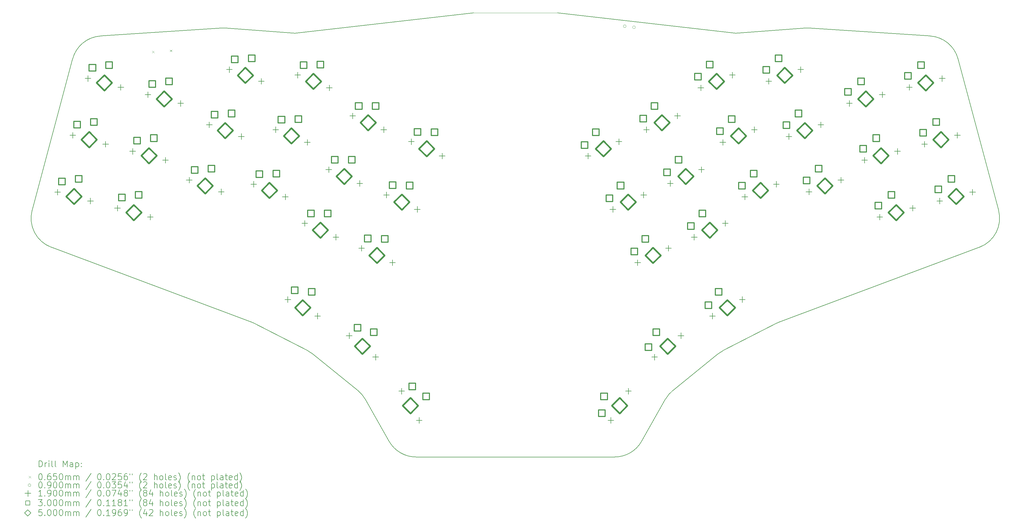
<source format=gbr>
%TF.GenerationSoftware,KiCad,Pcbnew,7.0.10*%
%TF.CreationDate,2024-03-12T01:25:27-07:00*%
%TF.ProjectId,keyboard,6b657962-6f61-4726-942e-6b696361645f,rev?*%
%TF.SameCoordinates,Original*%
%TF.FileFunction,Drillmap*%
%TF.FilePolarity,Positive*%
%FSLAX45Y45*%
G04 Gerber Fmt 4.5, Leading zero omitted, Abs format (unit mm)*
G04 Created by KiCad (PCBNEW 7.0.10) date 2024-03-12 01:25:27*
%MOMM*%
%LPD*%
G01*
G04 APERTURE LIST*
%ADD10C,0.150000*%
%ADD11C,0.100000*%
%ADD12C,0.200000*%
%ADD13C,0.190000*%
%ADD14C,0.300000*%
%ADD15C,0.500000*%
G04 APERTURE END LIST*
D10*
X31628584Y-10888672D02*
G75*
G03*
X31486413Y-10889375I-66154J-997808D01*
G01*
X14899932Y-11053170D02*
G75*
G03*
X14975945Y-11056063I76018J997160D01*
G01*
X6494163Y-16775170D02*
X7804052Y-11886597D01*
X36433702Y-11886597D02*
X37743591Y-16775170D01*
X25331256Y-24746375D02*
G75*
G03*
X26200926Y-24240010I4J999995D01*
G01*
X8703820Y-11147607D02*
G75*
G03*
X7804052Y-11886597I66157J-997809D01*
G01*
X37127232Y-17970900D02*
X30672768Y-20379100D01*
X29261808Y-11056063D02*
G75*
G03*
X29337821Y-11053170I2J1000053D01*
G01*
X12751340Y-10889375D02*
X14899932Y-11053170D01*
X17025938Y-22598980D02*
X15571994Y-21421599D01*
X29337821Y-11053170D02*
X31486413Y-10889375D01*
X12751340Y-10889374D02*
G75*
G03*
X12609169Y-10888672I-76010J-997106D01*
G01*
X6494165Y-16775170D02*
G75*
G03*
X7110521Y-17970900I965925J-258820D01*
G01*
X13670495Y-20425558D02*
G75*
G03*
X13564986Y-20379100I-455075J-890462D01*
G01*
X23476616Y-10400000D02*
X29261808Y-11056063D01*
X17266287Y-22882493D02*
G75*
G03*
X17025938Y-22598980I-869667J-493627D01*
G01*
X15571994Y-21421599D02*
G75*
G03*
X15397750Y-21308293I-629314J-777141D01*
G01*
X31628584Y-10888672D02*
X35533933Y-11147607D01*
X18036830Y-24240009D02*
G75*
G03*
X18906497Y-24746377I869670J493629D01*
G01*
D11*
X23476616Y-10400000D02*
X20775000Y-10400000D01*
D10*
X26971466Y-22882493D02*
X26200926Y-24240010D01*
X25331256Y-24746378D02*
X18906497Y-24746378D01*
X30567259Y-20425559D02*
X28840004Y-21308293D01*
X30672768Y-20379100D02*
G75*
G03*
X30567259Y-20425559I349572J-936920D01*
G01*
X36433708Y-11886596D02*
G75*
G03*
X35533933Y-11147607I-965928J-258824D01*
G01*
X8703820Y-11147607D02*
X12609169Y-10888672D01*
X27211816Y-22598980D02*
G75*
G03*
X26971466Y-22882493I629324J-777150D01*
G01*
X37127234Y-17970904D02*
G75*
G03*
X37743591Y-16775170I-349574J936914D01*
G01*
X28665759Y-21421599D02*
X27211816Y-22598980D01*
X18036827Y-24240010D02*
X17266288Y-22882493D01*
X13564986Y-20379100D02*
X7110521Y-17970900D01*
X28840003Y-21308292D02*
G75*
G03*
X28665759Y-21421600I455077J-890448D01*
G01*
X14975945Y-11056063D02*
X20775000Y-10400000D01*
X15397750Y-21308293D02*
X13670495Y-20425559D01*
D12*
D11*
X10373016Y-11627603D02*
X10438016Y-11692603D01*
X10438016Y-11627603D02*
X10373016Y-11692603D01*
X10949745Y-11589297D02*
X11014745Y-11654297D01*
X11014745Y-11589297D02*
X10949745Y-11654297D01*
X25701316Y-10831255D02*
G75*
G03*
X25611316Y-10831255I-45000J0D01*
G01*
X25611316Y-10831255D02*
G75*
G03*
X25701316Y-10831255I45000J0D01*
G01*
X25999388Y-10865216D02*
G75*
G03*
X25909388Y-10865216I-45000J0D01*
G01*
X25909388Y-10865216D02*
G75*
G03*
X25999388Y-10865216I45000J0D01*
G01*
D13*
X7315937Y-16095364D02*
X7315937Y-16285364D01*
X7220937Y-16190364D02*
X7410937Y-16190364D01*
X7807693Y-14260105D02*
X7807693Y-14450105D01*
X7712693Y-14355105D02*
X7902693Y-14355105D01*
X8299449Y-12424846D02*
X8299449Y-12614846D01*
X8204449Y-12519846D02*
X8394449Y-12519846D01*
X8378455Y-16380065D02*
X8378455Y-16570065D01*
X8283455Y-16475065D02*
X8473455Y-16475065D01*
X8870211Y-14544806D02*
X8870211Y-14734806D01*
X8775211Y-14639806D02*
X8965211Y-14639806D01*
X9252618Y-16614296D02*
X9252618Y-16804296D01*
X9157618Y-16709296D02*
X9347618Y-16709296D01*
X9361968Y-12709547D02*
X9361968Y-12899547D01*
X9266968Y-12804547D02*
X9456968Y-12804547D01*
X9744374Y-14779037D02*
X9744374Y-14969037D01*
X9649374Y-14874037D02*
X9839374Y-14874037D01*
X10236131Y-12943778D02*
X10236131Y-13133778D01*
X10141131Y-13038778D02*
X10331131Y-13038778D01*
X10315137Y-16898997D02*
X10315137Y-17088997D01*
X10220137Y-16993997D02*
X10410137Y-16993997D01*
X10806893Y-15063738D02*
X10806893Y-15253738D01*
X10711893Y-15158738D02*
X10901893Y-15158738D01*
X11298649Y-13228479D02*
X11298649Y-13418479D01*
X11203649Y-13323479D02*
X11393649Y-13323479D01*
X11573515Y-15707401D02*
X11573515Y-15897401D01*
X11478515Y-15802401D02*
X11668515Y-15802401D01*
X12223354Y-13921985D02*
X12223354Y-14111985D01*
X12128354Y-14016985D02*
X12318354Y-14016985D01*
X12607177Y-16083623D02*
X12607177Y-16273623D01*
X12512177Y-16178623D02*
X12702177Y-16178623D01*
X12873192Y-12136569D02*
X12873192Y-12326569D01*
X12778192Y-12231569D02*
X12968192Y-12231569D01*
X13257015Y-14298207D02*
X13257015Y-14488207D01*
X13162015Y-14393207D02*
X13352015Y-14393207D01*
X13659943Y-15838194D02*
X13659943Y-16028194D01*
X13564943Y-15933194D02*
X13754943Y-15933194D01*
X13906854Y-12512791D02*
X13906854Y-12702791D01*
X13811854Y-12607791D02*
X14001854Y-12607791D01*
X14371696Y-14076545D02*
X14371696Y-14266545D01*
X14276696Y-14171545D02*
X14466696Y-14171545D01*
X14679846Y-16250262D02*
X14679846Y-16440262D01*
X14584846Y-16345262D02*
X14774846Y-16345262D01*
X14763796Y-19563355D02*
X14763796Y-19753355D01*
X14668796Y-19658355D02*
X14858796Y-19658355D01*
X15083448Y-12314896D02*
X15083448Y-12504896D01*
X14988448Y-12409896D02*
X15178448Y-12409896D01*
X15312360Y-17101495D02*
X15312360Y-17291495D01*
X15217360Y-17196495D02*
X15407360Y-17196495D01*
X15391598Y-14488612D02*
X15391598Y-14678612D01*
X15296598Y-14583612D02*
X15486598Y-14583612D01*
X15725878Y-20096645D02*
X15725878Y-20286645D01*
X15630878Y-20191645D02*
X15820878Y-20191645D01*
X16085160Y-15365758D02*
X16085160Y-15555758D01*
X15990160Y-15460758D02*
X16180160Y-15460758D01*
X16103351Y-12726963D02*
X16103351Y-12916963D01*
X16008351Y-12821963D02*
X16198351Y-12821963D01*
X16317260Y-17548905D02*
X16317260Y-17738905D01*
X16222260Y-17643905D02*
X16412260Y-17643905D01*
X16745679Y-20731420D02*
X16745679Y-20921420D01*
X16650679Y-20826420D02*
X16840679Y-20826420D01*
X16857960Y-13630022D02*
X16857960Y-13820022D01*
X16762960Y-13725022D02*
X16952960Y-13725022D01*
X17090060Y-15813169D02*
X17090060Y-16003169D01*
X16995060Y-15908169D02*
X17185060Y-15908169D01*
X17148000Y-17908267D02*
X17148000Y-18098267D01*
X17053000Y-18003267D02*
X17243000Y-18003267D01*
X17600539Y-21423672D02*
X17600539Y-21613672D01*
X17505539Y-21518672D02*
X17695539Y-21518672D01*
X17862860Y-14077432D02*
X17862860Y-14267432D01*
X17767860Y-14172432D02*
X17957860Y-14172432D01*
X17950975Y-16186282D02*
X17950975Y-16376282D01*
X17855975Y-16281282D02*
X18045975Y-16281282D01*
X18144938Y-18373147D02*
X18144938Y-18563147D01*
X18049938Y-18468147D02*
X18239938Y-18468147D01*
X18443427Y-22524322D02*
X18443427Y-22714322D01*
X18348427Y-22619322D02*
X18538427Y-22619322D01*
X18753949Y-14464297D02*
X18753949Y-14654297D01*
X18658949Y-14559297D02*
X18848949Y-14559297D01*
X18947913Y-16651162D02*
X18947913Y-16841162D01*
X18852913Y-16746162D02*
X19042913Y-16746162D01*
X19009969Y-23467206D02*
X19009969Y-23657206D01*
X18914969Y-23562206D02*
X19104969Y-23562206D01*
X19750888Y-14929177D02*
X19750888Y-15119177D01*
X19655888Y-15024177D02*
X19845888Y-15024177D01*
X24468949Y-14929177D02*
X24468949Y-15119177D01*
X24373949Y-15024177D02*
X24563949Y-15024177D01*
X25209868Y-23467206D02*
X25209868Y-23657206D01*
X25114868Y-23562206D02*
X25304868Y-23562206D01*
X25271924Y-16651162D02*
X25271924Y-16841162D01*
X25176924Y-16746162D02*
X25366924Y-16746162D01*
X25465888Y-14464297D02*
X25465888Y-14654297D01*
X25370888Y-14559297D02*
X25560888Y-14559297D01*
X25776410Y-22524322D02*
X25776410Y-22714322D01*
X25681410Y-22619322D02*
X25871410Y-22619322D01*
X26074899Y-18373147D02*
X26074899Y-18563147D01*
X25979899Y-18468147D02*
X26169899Y-18468147D01*
X26268862Y-16186282D02*
X26268862Y-16376282D01*
X26173862Y-16281282D02*
X26363862Y-16281282D01*
X26356977Y-14077432D02*
X26356977Y-14267432D01*
X26261977Y-14172432D02*
X26451977Y-14172432D01*
X26619298Y-21423672D02*
X26619298Y-21613672D01*
X26524298Y-21518672D02*
X26714298Y-21518672D01*
X27071837Y-17908267D02*
X27071837Y-18098267D01*
X26976837Y-18003267D02*
X27166837Y-18003267D01*
X27129777Y-15813169D02*
X27129777Y-16003169D01*
X27034777Y-15908169D02*
X27224777Y-15908169D01*
X27361877Y-13630022D02*
X27361877Y-13820022D01*
X27266877Y-13725022D02*
X27456877Y-13725022D01*
X27474158Y-20731420D02*
X27474158Y-20921420D01*
X27379158Y-20826420D02*
X27569158Y-20826420D01*
X27902577Y-17548905D02*
X27902577Y-17738905D01*
X27807577Y-17643905D02*
X27997577Y-17643905D01*
X28116486Y-12726963D02*
X28116486Y-12916963D01*
X28021486Y-12821963D02*
X28211486Y-12821963D01*
X28134677Y-15365758D02*
X28134677Y-15555758D01*
X28039677Y-15460758D02*
X28229677Y-15460758D01*
X28493959Y-20096645D02*
X28493959Y-20286645D01*
X28398959Y-20191645D02*
X28588959Y-20191645D01*
X28828239Y-14488612D02*
X28828239Y-14678612D01*
X28733239Y-14583612D02*
X28923239Y-14583612D01*
X28907477Y-17101495D02*
X28907477Y-17291495D01*
X28812477Y-17196495D02*
X29002477Y-17196495D01*
X29136389Y-12314896D02*
X29136389Y-12504896D01*
X29041389Y-12409896D02*
X29231389Y-12409896D01*
X29456041Y-19563355D02*
X29456041Y-19753355D01*
X29361041Y-19658355D02*
X29551041Y-19658355D01*
X29539991Y-16250262D02*
X29539991Y-16440262D01*
X29444991Y-16345262D02*
X29634991Y-16345262D01*
X29848141Y-14076545D02*
X29848141Y-14266545D01*
X29753141Y-14171545D02*
X29943141Y-14171545D01*
X30312983Y-12512791D02*
X30312983Y-12702791D01*
X30217983Y-12607791D02*
X30407983Y-12607791D01*
X30559894Y-15838194D02*
X30559894Y-16028194D01*
X30464894Y-15933194D02*
X30654894Y-15933194D01*
X30962822Y-14298207D02*
X30962822Y-14488207D01*
X30867822Y-14393207D02*
X31057822Y-14393207D01*
X31346645Y-12136569D02*
X31346645Y-12326569D01*
X31251645Y-12231569D02*
X31441645Y-12231569D01*
X31612660Y-16083623D02*
X31612660Y-16273623D01*
X31517660Y-16178623D02*
X31707660Y-16178623D01*
X31996483Y-13921985D02*
X31996483Y-14111985D01*
X31901483Y-14016985D02*
X32091483Y-14016985D01*
X32646322Y-15707401D02*
X32646322Y-15897401D01*
X32551322Y-15802401D02*
X32741322Y-15802401D01*
X32921188Y-13228479D02*
X32921188Y-13418479D01*
X32826188Y-13323479D02*
X33016188Y-13323479D01*
X33412944Y-15063738D02*
X33412944Y-15253738D01*
X33317944Y-15158738D02*
X33507944Y-15158738D01*
X33904701Y-16898997D02*
X33904701Y-17088997D01*
X33809701Y-16993997D02*
X33999701Y-16993997D01*
X33983707Y-12943778D02*
X33983707Y-13133778D01*
X33888707Y-13038778D02*
X34078707Y-13038778D01*
X34475463Y-14779037D02*
X34475463Y-14969037D01*
X34380463Y-14874037D02*
X34570463Y-14874037D01*
X34857869Y-12709547D02*
X34857869Y-12899547D01*
X34762869Y-12804547D02*
X34952869Y-12804547D01*
X34967219Y-16614296D02*
X34967219Y-16804296D01*
X34872219Y-16709296D02*
X35062219Y-16709296D01*
X35349626Y-14544806D02*
X35349626Y-14734806D01*
X35254626Y-14639806D02*
X35444626Y-14639806D01*
X35841382Y-16380065D02*
X35841382Y-16570065D01*
X35746382Y-16475065D02*
X35936382Y-16475065D01*
X35920388Y-12424846D02*
X35920388Y-12614846D01*
X35825388Y-12519846D02*
X36015388Y-12519846D01*
X36412144Y-14260105D02*
X36412144Y-14450105D01*
X36317144Y-14355105D02*
X36507144Y-14355105D01*
X36903900Y-16095364D02*
X36903900Y-16285364D01*
X36808900Y-16190364D02*
X36998900Y-16190364D01*
D14*
X7566063Y-15951979D02*
X7566063Y-15739845D01*
X7353929Y-15739845D01*
X7353929Y-15951979D01*
X7566063Y-15951979D01*
X8057819Y-14116720D02*
X8057819Y-13904586D01*
X7845685Y-13904586D01*
X7845685Y-14116720D01*
X8057819Y-14116720D01*
X8105966Y-15868885D02*
X8105966Y-15656751D01*
X7893832Y-15656751D01*
X7893832Y-15868885D01*
X8105966Y-15868885D01*
X8549576Y-12281461D02*
X8549576Y-12069327D01*
X8337441Y-12069327D01*
X8337441Y-12281461D01*
X8549576Y-12281461D01*
X8597722Y-14033626D02*
X8597722Y-13821492D01*
X8385588Y-13821492D01*
X8385588Y-14033626D01*
X8597722Y-14033626D01*
X9089479Y-12198367D02*
X9089479Y-11986233D01*
X8877345Y-11986233D01*
X8877345Y-12198367D01*
X9089479Y-12198367D01*
X9502744Y-16470911D02*
X9502744Y-16258777D01*
X9290610Y-16258777D01*
X9290610Y-16470911D01*
X9502744Y-16470911D01*
X9994501Y-14635652D02*
X9994501Y-14423518D01*
X9782367Y-14423518D01*
X9782367Y-14635652D01*
X9994501Y-14635652D01*
X10042648Y-16387817D02*
X10042648Y-16175683D01*
X9830514Y-16175683D01*
X9830514Y-16387817D01*
X10042648Y-16387817D01*
X10486257Y-12800393D02*
X10486257Y-12588259D01*
X10274123Y-12588259D01*
X10274123Y-12800393D01*
X10486257Y-12800393D01*
X10534404Y-14552558D02*
X10534404Y-14340424D01*
X10322270Y-14340424D01*
X10322270Y-14552558D01*
X10534404Y-14552558D01*
X11026160Y-12717299D02*
X11026160Y-12505165D01*
X10814026Y-12505165D01*
X10814026Y-12717299D01*
X11026160Y-12717299D01*
X11853114Y-15577883D02*
X11853114Y-15365749D01*
X11640980Y-15365749D01*
X11640980Y-15577883D01*
X11853114Y-15577883D01*
X12398205Y-15542160D02*
X12398205Y-15330026D01*
X12186071Y-15330026D01*
X12186071Y-15542160D01*
X12398205Y-15542160D01*
X12502953Y-13792467D02*
X12502953Y-13580333D01*
X12290819Y-13580333D01*
X12290819Y-13792467D01*
X12502953Y-13792467D01*
X13048043Y-13756744D02*
X13048043Y-13544610D01*
X12835909Y-13544610D01*
X12835909Y-13756744D01*
X13048043Y-13756744D01*
X13152791Y-12007051D02*
X13152791Y-11794917D01*
X12940657Y-11794917D01*
X12940657Y-12007051D01*
X13152791Y-12007051D01*
X13697882Y-11971328D02*
X13697882Y-11759194D01*
X13485748Y-11759194D01*
X13485748Y-11971328D01*
X13697882Y-11971328D01*
X13950974Y-15714934D02*
X13950974Y-15502800D01*
X13738840Y-15502800D01*
X13738840Y-15714934D01*
X13950974Y-15714934D01*
X14496979Y-15698257D02*
X14496979Y-15486123D01*
X14284845Y-15486123D01*
X14284845Y-15698257D01*
X14496979Y-15698257D01*
X14662726Y-13953284D02*
X14662726Y-13741150D01*
X14450592Y-13741150D01*
X14450592Y-13953284D01*
X14662726Y-13953284D01*
X15092974Y-19465053D02*
X15092974Y-19252919D01*
X14880840Y-19252919D01*
X14880840Y-19465053D01*
X15092974Y-19465053D01*
X15208732Y-13936607D02*
X15208732Y-13724473D01*
X14996598Y-13724473D01*
X14996598Y-13936607D01*
X15208732Y-13936607D01*
X15374479Y-12191635D02*
X15374479Y-11979501D01*
X15162345Y-11979501D01*
X15162345Y-12191635D01*
X15374479Y-12191635D01*
X15614597Y-16984887D02*
X15614597Y-16772753D01*
X15402463Y-16772753D01*
X15402463Y-16984887D01*
X15614597Y-16984887D01*
X15636942Y-19515041D02*
X15636942Y-19302907D01*
X15424808Y-19302907D01*
X15424808Y-19515041D01*
X15636942Y-19515041D01*
X15920484Y-12174958D02*
X15920484Y-11962824D01*
X15708350Y-11962824D01*
X15708350Y-12174958D01*
X15920484Y-12174958D01*
X16160852Y-16987275D02*
X16160852Y-16775141D01*
X15948718Y-16775141D01*
X15948718Y-16987275D01*
X16160852Y-16987275D01*
X16387397Y-15249150D02*
X16387397Y-15037016D01*
X16175263Y-15037016D01*
X16175263Y-15249150D01*
X16387397Y-15249150D01*
X16933652Y-15251539D02*
X16933652Y-15039405D01*
X16721518Y-15039405D01*
X16721518Y-15251539D01*
X16933652Y-15251539D01*
X17123452Y-20676409D02*
X17123452Y-20464275D01*
X16911318Y-20464275D01*
X16911318Y-20676409D01*
X17123452Y-20676409D01*
X17160197Y-13513414D02*
X17160197Y-13301280D01*
X16948063Y-13301280D01*
X16948063Y-13513414D01*
X17160197Y-13513414D01*
X17455751Y-17795131D02*
X17455751Y-17582997D01*
X17243617Y-17582997D01*
X17243617Y-17795131D01*
X17455751Y-17795131D01*
X17650475Y-20820097D02*
X17650475Y-20607963D01*
X17438341Y-20607963D01*
X17438341Y-20820097D01*
X17650475Y-20820097D01*
X17706451Y-13515802D02*
X17706451Y-13303668D01*
X17494317Y-13303668D01*
X17494317Y-13515802D01*
X17706451Y-13515802D01*
X18001881Y-17807052D02*
X18001881Y-17594918D01*
X17789747Y-17594918D01*
X17789747Y-17807052D01*
X18001881Y-17807052D01*
X18258726Y-16073146D02*
X18258726Y-15861012D01*
X18046592Y-15861012D01*
X18046592Y-16073146D01*
X18258726Y-16073146D01*
X18804856Y-16085067D02*
X18804856Y-15872933D01*
X18592722Y-15872933D01*
X18592722Y-16085067D01*
X18804856Y-16085067D01*
X18892398Y-22577683D02*
X18892398Y-22365549D01*
X18680264Y-22365549D01*
X18680264Y-22577683D01*
X18892398Y-22577683D01*
X19061700Y-14351161D02*
X19061700Y-14139027D01*
X18849566Y-14139027D01*
X18849566Y-14351161D01*
X19061700Y-14351161D01*
X19338494Y-22892958D02*
X19338494Y-22680824D01*
X19126360Y-22680824D01*
X19126360Y-22892958D01*
X19338494Y-22892958D01*
X19607830Y-14363083D02*
X19607830Y-14150949D01*
X19395696Y-14150949D01*
X19395696Y-14363083D01*
X19607830Y-14363083D01*
X24463963Y-14773779D02*
X24463963Y-14561645D01*
X24251829Y-14561645D01*
X24251829Y-14773779D01*
X24463963Y-14773779D01*
X24824141Y-14363083D02*
X24824141Y-14150949D01*
X24612007Y-14150949D01*
X24612007Y-14363083D01*
X24824141Y-14363083D01*
X25024535Y-23434850D02*
X25024535Y-23222716D01*
X24812401Y-23222716D01*
X24812401Y-23434850D01*
X25024535Y-23434850D01*
X25093477Y-22892958D02*
X25093477Y-22680824D01*
X24881343Y-22680824D01*
X24881343Y-22892958D01*
X25093477Y-22892958D01*
X25266937Y-16495764D02*
X25266937Y-16283630D01*
X25054803Y-16283630D01*
X25054803Y-16495764D01*
X25266937Y-16495764D01*
X25627115Y-16085067D02*
X25627115Y-15872933D01*
X25414981Y-15872933D01*
X25414981Y-16085067D01*
X25627115Y-16085067D01*
X26069912Y-18217749D02*
X26069912Y-18005615D01*
X25857778Y-18005615D01*
X25857778Y-18217749D01*
X26069912Y-18217749D01*
X26358229Y-13920151D02*
X26358229Y-13708017D01*
X26146095Y-13708017D01*
X26146095Y-13920151D01*
X26358229Y-13920151D01*
X26430090Y-17807052D02*
X26430090Y-17594918D01*
X26217956Y-17594918D01*
X26217956Y-17807052D01*
X26430090Y-17807052D01*
X26531373Y-21305729D02*
X26531373Y-21093595D01*
X26319239Y-21093595D01*
X26319239Y-21305729D01*
X26531373Y-21305729D01*
X26725520Y-13515802D02*
X26725520Y-13303668D01*
X26513386Y-13303668D01*
X26513386Y-13515802D01*
X26725520Y-13515802D01*
X26781496Y-20820097D02*
X26781496Y-20607963D01*
X26569362Y-20607963D01*
X26569362Y-20820097D01*
X26781496Y-20820097D01*
X27131029Y-15655887D02*
X27131029Y-15443753D01*
X26918895Y-15443753D01*
X26918895Y-15655887D01*
X27131029Y-15655887D01*
X27498319Y-15251539D02*
X27498319Y-15039405D01*
X27286185Y-15039405D01*
X27286185Y-15251539D01*
X27498319Y-15251539D01*
X27903828Y-17391623D02*
X27903828Y-17179489D01*
X27691694Y-17179489D01*
X27691694Y-17391623D01*
X27903828Y-17391623D01*
X28130308Y-12566242D02*
X28130308Y-12354108D01*
X27918174Y-12354108D01*
X27918174Y-12566242D01*
X28130308Y-12566242D01*
X28271119Y-16987275D02*
X28271119Y-16775141D01*
X28058985Y-16775141D01*
X28058985Y-16987275D01*
X28271119Y-16987275D01*
X28464378Y-19949863D02*
X28464378Y-19737729D01*
X28252244Y-19737729D01*
X28252244Y-19949863D01*
X28464378Y-19949863D01*
X28511487Y-12174958D02*
X28511487Y-11962824D01*
X28299353Y-11962824D01*
X28299353Y-12174958D01*
X28511487Y-12174958D01*
X28795029Y-19515041D02*
X28795029Y-19302907D01*
X28582895Y-19302907D01*
X28582895Y-19515041D01*
X28795029Y-19515041D01*
X28842061Y-14327891D02*
X28842061Y-14115757D01*
X28629927Y-14115757D01*
X28629927Y-14327891D01*
X28842061Y-14327891D01*
X29223239Y-13936607D02*
X29223239Y-13724473D01*
X29011105Y-13724473D01*
X29011105Y-13936607D01*
X29223239Y-13936607D01*
X29553813Y-16089540D02*
X29553813Y-15877406D01*
X29341679Y-15877406D01*
X29341679Y-16089540D01*
X29553813Y-16089540D01*
X29934992Y-15698257D02*
X29934992Y-15486123D01*
X29722858Y-15486123D01*
X29722858Y-15698257D01*
X29934992Y-15698257D01*
X30339487Y-12349071D02*
X30339487Y-12136937D01*
X30127353Y-12136937D01*
X30127353Y-12349071D01*
X30339487Y-12349071D01*
X30734089Y-11971328D02*
X30734089Y-11759194D01*
X30521955Y-11759194D01*
X30521955Y-11971328D01*
X30734089Y-11971328D01*
X30989326Y-14134487D02*
X30989326Y-13922353D01*
X30777192Y-13922353D01*
X30777192Y-14134487D01*
X30989326Y-14134487D01*
X31383928Y-13756744D02*
X31383928Y-13544610D01*
X31171794Y-13544610D01*
X31171794Y-13756744D01*
X31383928Y-13756744D01*
X31639164Y-15919903D02*
X31639164Y-15707769D01*
X31427030Y-15707769D01*
X31427030Y-15919903D01*
X31639164Y-15919903D01*
X32033766Y-15542160D02*
X32033766Y-15330026D01*
X31821632Y-15330026D01*
X31821632Y-15542160D01*
X32033766Y-15542160D01*
X32979788Y-13059212D02*
X32979788Y-12847078D01*
X32767654Y-12847078D01*
X32767654Y-13059212D01*
X32979788Y-13059212D01*
X33405811Y-12717299D02*
X33405811Y-12505165D01*
X33193677Y-12505165D01*
X33193677Y-12717299D01*
X33405811Y-12717299D01*
X33471544Y-14894471D02*
X33471544Y-14682337D01*
X33259410Y-14682337D01*
X33259410Y-14894471D01*
X33471544Y-14894471D01*
X33897567Y-14552558D02*
X33897567Y-14340424D01*
X33685433Y-14340424D01*
X33685433Y-14552558D01*
X33897567Y-14552558D01*
X33963301Y-16729730D02*
X33963301Y-16517596D01*
X33751167Y-16517596D01*
X33751167Y-16729730D01*
X33963301Y-16729730D01*
X34389324Y-16387817D02*
X34389324Y-16175683D01*
X34177190Y-16175683D01*
X34177190Y-16387817D01*
X34389324Y-16387817D01*
X34916470Y-12540280D02*
X34916470Y-12328146D01*
X34704336Y-12328146D01*
X34704336Y-12540280D01*
X34916470Y-12540280D01*
X35342492Y-12198367D02*
X35342492Y-11986233D01*
X35130358Y-11986233D01*
X35130358Y-12198367D01*
X35342492Y-12198367D01*
X35408226Y-14375539D02*
X35408226Y-14163405D01*
X35196092Y-14163405D01*
X35196092Y-14375539D01*
X35408226Y-14375539D01*
X35834249Y-14033626D02*
X35834249Y-13821492D01*
X35622115Y-13821492D01*
X35622115Y-14033626D01*
X35834249Y-14033626D01*
X35899982Y-16210798D02*
X35899982Y-15998664D01*
X35687848Y-15998664D01*
X35687848Y-16210798D01*
X35899982Y-16210798D01*
X36326005Y-15868885D02*
X36326005Y-15656751D01*
X36113871Y-15656751D01*
X36113871Y-15868885D01*
X36326005Y-15868885D01*
D15*
X7847196Y-16582714D02*
X8097196Y-16332714D01*
X7847196Y-16082714D01*
X7597196Y-16332714D01*
X7847196Y-16582714D01*
X8338952Y-14747455D02*
X8588952Y-14497455D01*
X8338952Y-14247455D01*
X8088952Y-14497455D01*
X8338952Y-14747455D01*
X8830708Y-12912196D02*
X9080708Y-12662196D01*
X8830708Y-12412196D01*
X8580708Y-12662196D01*
X8830708Y-12912196D01*
X9783877Y-17101646D02*
X10033877Y-16851646D01*
X9783877Y-16601646D01*
X9533877Y-16851646D01*
X9783877Y-17101646D01*
X10275634Y-15266387D02*
X10525634Y-15016387D01*
X10275634Y-14766387D01*
X10025634Y-15016387D01*
X10275634Y-15266387D01*
X10767390Y-13431128D02*
X11017390Y-13181128D01*
X10767390Y-12931128D01*
X10517390Y-13181128D01*
X10767390Y-13431128D01*
X12090346Y-16240512D02*
X12340346Y-15990512D01*
X12090346Y-15740512D01*
X11840346Y-15990512D01*
X12090346Y-16240512D01*
X12740185Y-14455096D02*
X12990185Y-14205096D01*
X12740185Y-13955096D01*
X12490185Y-14205096D01*
X12740185Y-14455096D01*
X13390023Y-12669680D02*
X13640023Y-12419680D01*
X13390023Y-12169680D01*
X13140023Y-12419680D01*
X13390023Y-12669680D01*
X14169894Y-16389228D02*
X14419894Y-16139228D01*
X14169894Y-15889228D01*
X13919894Y-16139228D01*
X14169894Y-16389228D01*
X14881647Y-14627579D02*
X15131647Y-14377579D01*
X14881647Y-14127579D01*
X14631647Y-14377579D01*
X14881647Y-14627579D01*
X15244837Y-20175000D02*
X15494837Y-19925000D01*
X15244837Y-19675000D01*
X14994837Y-19925000D01*
X15244837Y-20175000D01*
X15593400Y-12865929D02*
X15843400Y-12615929D01*
X15593400Y-12365929D01*
X15343400Y-12615929D01*
X15593400Y-12865929D01*
X15814810Y-17670200D02*
X16064810Y-17420200D01*
X15814810Y-17170200D01*
X15564810Y-17420200D01*
X15814810Y-17670200D01*
X16587610Y-15934463D02*
X16837610Y-15684463D01*
X16587610Y-15434463D01*
X16337610Y-15684463D01*
X16587610Y-15934463D01*
X17173109Y-21422546D02*
X17423109Y-21172546D01*
X17173109Y-20922546D01*
X16923109Y-21172546D01*
X17173109Y-21422546D01*
X17360410Y-14198727D02*
X17610410Y-13948727D01*
X17360410Y-13698727D01*
X17110410Y-13948727D01*
X17360410Y-14198727D01*
X17646469Y-18485707D02*
X17896469Y-18235707D01*
X17646469Y-17985707D01*
X17396469Y-18235707D01*
X17646469Y-18485707D01*
X18449444Y-16763722D02*
X18699444Y-16513722D01*
X18449444Y-16263722D01*
X18199444Y-16513722D01*
X18449444Y-16763722D01*
X18726698Y-23340764D02*
X18976698Y-23090764D01*
X18726698Y-22840764D01*
X18476698Y-23090764D01*
X18726698Y-23340764D01*
X19252419Y-15041737D02*
X19502419Y-14791737D01*
X19252419Y-14541737D01*
X19002419Y-14791737D01*
X19252419Y-15041737D01*
X24967418Y-15041737D02*
X25217418Y-14791737D01*
X24967418Y-14541737D01*
X24717418Y-14791737D01*
X24967418Y-15041737D01*
X25493139Y-23340764D02*
X25743139Y-23090764D01*
X25493139Y-22840764D01*
X25243139Y-23090764D01*
X25493139Y-23340764D01*
X25770393Y-16763722D02*
X26020393Y-16513722D01*
X25770393Y-16263722D01*
X25520393Y-16513722D01*
X25770393Y-16763722D01*
X26573368Y-18485707D02*
X26823368Y-18235707D01*
X26573368Y-17985707D01*
X26323368Y-18235707D01*
X26573368Y-18485707D01*
X26859427Y-14198727D02*
X27109427Y-13948727D01*
X26859427Y-13698727D01*
X26609427Y-13948727D01*
X26859427Y-14198727D01*
X27046728Y-21422546D02*
X27296728Y-21172546D01*
X27046728Y-20922546D01*
X26796728Y-21172546D01*
X27046728Y-21422546D01*
X27632227Y-15934463D02*
X27882227Y-15684463D01*
X27632227Y-15434463D01*
X27382227Y-15684463D01*
X27632227Y-15934463D01*
X28405027Y-17670200D02*
X28655027Y-17420200D01*
X28405027Y-17170200D01*
X28155027Y-17420200D01*
X28405027Y-17670200D01*
X28626437Y-12865929D02*
X28876437Y-12615929D01*
X28626437Y-12365929D01*
X28376437Y-12615929D01*
X28626437Y-12865929D01*
X28975000Y-20175000D02*
X29225000Y-19925000D01*
X28975000Y-19675000D01*
X28725000Y-19925000D01*
X28975000Y-20175000D01*
X29338190Y-14627579D02*
X29588190Y-14377579D01*
X29338190Y-14127579D01*
X29088190Y-14377579D01*
X29338190Y-14627579D01*
X30049942Y-16389228D02*
X30299942Y-16139228D01*
X30049942Y-15889228D01*
X29799942Y-16139228D01*
X30049942Y-16389228D01*
X30829814Y-12669680D02*
X31079814Y-12419680D01*
X30829814Y-12169680D01*
X30579814Y-12419680D01*
X30829814Y-12669680D01*
X31479652Y-14455096D02*
X31729652Y-14205096D01*
X31479652Y-13955096D01*
X31229652Y-14205096D01*
X31479652Y-14455096D01*
X32129491Y-16240512D02*
X32379491Y-15990512D01*
X32129491Y-15740512D01*
X31879491Y-15990512D01*
X32129491Y-16240512D01*
X33452447Y-13431128D02*
X33702447Y-13181128D01*
X33452447Y-12931128D01*
X33202447Y-13181128D01*
X33452447Y-13431128D01*
X33944204Y-15266387D02*
X34194204Y-15016387D01*
X33944204Y-14766387D01*
X33694204Y-15016387D01*
X33944204Y-15266387D01*
X34435960Y-17101646D02*
X34685960Y-16851646D01*
X34435960Y-16601646D01*
X34185960Y-16851646D01*
X34435960Y-17101646D01*
X35389129Y-12912196D02*
X35639129Y-12662196D01*
X35389129Y-12412196D01*
X35139129Y-12662196D01*
X35389129Y-12912196D01*
X35880885Y-14747455D02*
X36130885Y-14497455D01*
X35880885Y-14247455D01*
X35630885Y-14497455D01*
X35880885Y-14747455D01*
X36372641Y-16582714D02*
X36622641Y-16332714D01*
X36372641Y-16082714D01*
X36122641Y-16332714D01*
X36372641Y-16582714D01*
D12*
X6713367Y-25065361D02*
X6713367Y-24865361D01*
X6713367Y-24865361D02*
X6760986Y-24865361D01*
X6760986Y-24865361D02*
X6789558Y-24874885D01*
X6789558Y-24874885D02*
X6808606Y-24893933D01*
X6808606Y-24893933D02*
X6818129Y-24912980D01*
X6818129Y-24912980D02*
X6827653Y-24951076D01*
X6827653Y-24951076D02*
X6827653Y-24979647D01*
X6827653Y-24979647D02*
X6818129Y-25017742D01*
X6818129Y-25017742D02*
X6808606Y-25036790D01*
X6808606Y-25036790D02*
X6789558Y-25055838D01*
X6789558Y-25055838D02*
X6760986Y-25065361D01*
X6760986Y-25065361D02*
X6713367Y-25065361D01*
X6913367Y-25065361D02*
X6913367Y-24932028D01*
X6913367Y-24970123D02*
X6922891Y-24951076D01*
X6922891Y-24951076D02*
X6932415Y-24941552D01*
X6932415Y-24941552D02*
X6951463Y-24932028D01*
X6951463Y-24932028D02*
X6970510Y-24932028D01*
X7037177Y-25065361D02*
X7037177Y-24932028D01*
X7037177Y-24865361D02*
X7027653Y-24874885D01*
X7027653Y-24874885D02*
X7037177Y-24884409D01*
X7037177Y-24884409D02*
X7046701Y-24874885D01*
X7046701Y-24874885D02*
X7037177Y-24865361D01*
X7037177Y-24865361D02*
X7037177Y-24884409D01*
X7160986Y-25065361D02*
X7141939Y-25055838D01*
X7141939Y-25055838D02*
X7132415Y-25036790D01*
X7132415Y-25036790D02*
X7132415Y-24865361D01*
X7265748Y-25065361D02*
X7246701Y-25055838D01*
X7246701Y-25055838D02*
X7237177Y-25036790D01*
X7237177Y-25036790D02*
X7237177Y-24865361D01*
X7494320Y-25065361D02*
X7494320Y-24865361D01*
X7494320Y-24865361D02*
X7560987Y-25008218D01*
X7560987Y-25008218D02*
X7627653Y-24865361D01*
X7627653Y-24865361D02*
X7627653Y-25065361D01*
X7808606Y-25065361D02*
X7808606Y-24960599D01*
X7808606Y-24960599D02*
X7799082Y-24941552D01*
X7799082Y-24941552D02*
X7780034Y-24932028D01*
X7780034Y-24932028D02*
X7741939Y-24932028D01*
X7741939Y-24932028D02*
X7722891Y-24941552D01*
X7808606Y-25055838D02*
X7789558Y-25065361D01*
X7789558Y-25065361D02*
X7741939Y-25065361D01*
X7741939Y-25065361D02*
X7722891Y-25055838D01*
X7722891Y-25055838D02*
X7713367Y-25036790D01*
X7713367Y-25036790D02*
X7713367Y-25017742D01*
X7713367Y-25017742D02*
X7722891Y-24998695D01*
X7722891Y-24998695D02*
X7741939Y-24989171D01*
X7741939Y-24989171D02*
X7789558Y-24989171D01*
X7789558Y-24989171D02*
X7808606Y-24979647D01*
X7903844Y-24932028D02*
X7903844Y-25132028D01*
X7903844Y-24941552D02*
X7922891Y-24932028D01*
X7922891Y-24932028D02*
X7960987Y-24932028D01*
X7960987Y-24932028D02*
X7980034Y-24941552D01*
X7980034Y-24941552D02*
X7989558Y-24951076D01*
X7989558Y-24951076D02*
X7999082Y-24970123D01*
X7999082Y-24970123D02*
X7999082Y-25027266D01*
X7999082Y-25027266D02*
X7989558Y-25046314D01*
X7989558Y-25046314D02*
X7980034Y-25055838D01*
X7980034Y-25055838D02*
X7960987Y-25065361D01*
X7960987Y-25065361D02*
X7922891Y-25065361D01*
X7922891Y-25065361D02*
X7903844Y-25055838D01*
X8084796Y-25046314D02*
X8094320Y-25055838D01*
X8094320Y-25055838D02*
X8084796Y-25065361D01*
X8084796Y-25065361D02*
X8075272Y-25055838D01*
X8075272Y-25055838D02*
X8084796Y-25046314D01*
X8084796Y-25046314D02*
X8084796Y-25065361D01*
X8084796Y-24941552D02*
X8094320Y-24951076D01*
X8094320Y-24951076D02*
X8084796Y-24960599D01*
X8084796Y-24960599D02*
X8075272Y-24951076D01*
X8075272Y-24951076D02*
X8084796Y-24941552D01*
X8084796Y-24941552D02*
X8084796Y-24960599D01*
D11*
X6387591Y-25361378D02*
X6452591Y-25426378D01*
X6452591Y-25361378D02*
X6387591Y-25426378D01*
D12*
X6751463Y-25285361D02*
X6770510Y-25285361D01*
X6770510Y-25285361D02*
X6789558Y-25294885D01*
X6789558Y-25294885D02*
X6799082Y-25304409D01*
X6799082Y-25304409D02*
X6808606Y-25323457D01*
X6808606Y-25323457D02*
X6818129Y-25361552D01*
X6818129Y-25361552D02*
X6818129Y-25409171D01*
X6818129Y-25409171D02*
X6808606Y-25447266D01*
X6808606Y-25447266D02*
X6799082Y-25466314D01*
X6799082Y-25466314D02*
X6789558Y-25475838D01*
X6789558Y-25475838D02*
X6770510Y-25485361D01*
X6770510Y-25485361D02*
X6751463Y-25485361D01*
X6751463Y-25485361D02*
X6732415Y-25475838D01*
X6732415Y-25475838D02*
X6722891Y-25466314D01*
X6722891Y-25466314D02*
X6713367Y-25447266D01*
X6713367Y-25447266D02*
X6703844Y-25409171D01*
X6703844Y-25409171D02*
X6703844Y-25361552D01*
X6703844Y-25361552D02*
X6713367Y-25323457D01*
X6713367Y-25323457D02*
X6722891Y-25304409D01*
X6722891Y-25304409D02*
X6732415Y-25294885D01*
X6732415Y-25294885D02*
X6751463Y-25285361D01*
X6903844Y-25466314D02*
X6913367Y-25475838D01*
X6913367Y-25475838D02*
X6903844Y-25485361D01*
X6903844Y-25485361D02*
X6894320Y-25475838D01*
X6894320Y-25475838D02*
X6903844Y-25466314D01*
X6903844Y-25466314D02*
X6903844Y-25485361D01*
X7084796Y-25285361D02*
X7046701Y-25285361D01*
X7046701Y-25285361D02*
X7027653Y-25294885D01*
X7027653Y-25294885D02*
X7018129Y-25304409D01*
X7018129Y-25304409D02*
X6999082Y-25332980D01*
X6999082Y-25332980D02*
X6989558Y-25371076D01*
X6989558Y-25371076D02*
X6989558Y-25447266D01*
X6989558Y-25447266D02*
X6999082Y-25466314D01*
X6999082Y-25466314D02*
X7008606Y-25475838D01*
X7008606Y-25475838D02*
X7027653Y-25485361D01*
X7027653Y-25485361D02*
X7065748Y-25485361D01*
X7065748Y-25485361D02*
X7084796Y-25475838D01*
X7084796Y-25475838D02*
X7094320Y-25466314D01*
X7094320Y-25466314D02*
X7103844Y-25447266D01*
X7103844Y-25447266D02*
X7103844Y-25399647D01*
X7103844Y-25399647D02*
X7094320Y-25380599D01*
X7094320Y-25380599D02*
X7084796Y-25371076D01*
X7084796Y-25371076D02*
X7065748Y-25361552D01*
X7065748Y-25361552D02*
X7027653Y-25361552D01*
X7027653Y-25361552D02*
X7008606Y-25371076D01*
X7008606Y-25371076D02*
X6999082Y-25380599D01*
X6999082Y-25380599D02*
X6989558Y-25399647D01*
X7284796Y-25285361D02*
X7189558Y-25285361D01*
X7189558Y-25285361D02*
X7180034Y-25380599D01*
X7180034Y-25380599D02*
X7189558Y-25371076D01*
X7189558Y-25371076D02*
X7208606Y-25361552D01*
X7208606Y-25361552D02*
X7256225Y-25361552D01*
X7256225Y-25361552D02*
X7275272Y-25371076D01*
X7275272Y-25371076D02*
X7284796Y-25380599D01*
X7284796Y-25380599D02*
X7294320Y-25399647D01*
X7294320Y-25399647D02*
X7294320Y-25447266D01*
X7294320Y-25447266D02*
X7284796Y-25466314D01*
X7284796Y-25466314D02*
X7275272Y-25475838D01*
X7275272Y-25475838D02*
X7256225Y-25485361D01*
X7256225Y-25485361D02*
X7208606Y-25485361D01*
X7208606Y-25485361D02*
X7189558Y-25475838D01*
X7189558Y-25475838D02*
X7180034Y-25466314D01*
X7418129Y-25285361D02*
X7437177Y-25285361D01*
X7437177Y-25285361D02*
X7456225Y-25294885D01*
X7456225Y-25294885D02*
X7465748Y-25304409D01*
X7465748Y-25304409D02*
X7475272Y-25323457D01*
X7475272Y-25323457D02*
X7484796Y-25361552D01*
X7484796Y-25361552D02*
X7484796Y-25409171D01*
X7484796Y-25409171D02*
X7475272Y-25447266D01*
X7475272Y-25447266D02*
X7465748Y-25466314D01*
X7465748Y-25466314D02*
X7456225Y-25475838D01*
X7456225Y-25475838D02*
X7437177Y-25485361D01*
X7437177Y-25485361D02*
X7418129Y-25485361D01*
X7418129Y-25485361D02*
X7399082Y-25475838D01*
X7399082Y-25475838D02*
X7389558Y-25466314D01*
X7389558Y-25466314D02*
X7380034Y-25447266D01*
X7380034Y-25447266D02*
X7370510Y-25409171D01*
X7370510Y-25409171D02*
X7370510Y-25361552D01*
X7370510Y-25361552D02*
X7380034Y-25323457D01*
X7380034Y-25323457D02*
X7389558Y-25304409D01*
X7389558Y-25304409D02*
X7399082Y-25294885D01*
X7399082Y-25294885D02*
X7418129Y-25285361D01*
X7570510Y-25485361D02*
X7570510Y-25352028D01*
X7570510Y-25371076D02*
X7580034Y-25361552D01*
X7580034Y-25361552D02*
X7599082Y-25352028D01*
X7599082Y-25352028D02*
X7627653Y-25352028D01*
X7627653Y-25352028D02*
X7646701Y-25361552D01*
X7646701Y-25361552D02*
X7656225Y-25380599D01*
X7656225Y-25380599D02*
X7656225Y-25485361D01*
X7656225Y-25380599D02*
X7665748Y-25361552D01*
X7665748Y-25361552D02*
X7684796Y-25352028D01*
X7684796Y-25352028D02*
X7713367Y-25352028D01*
X7713367Y-25352028D02*
X7732415Y-25361552D01*
X7732415Y-25361552D02*
X7741939Y-25380599D01*
X7741939Y-25380599D02*
X7741939Y-25485361D01*
X7837177Y-25485361D02*
X7837177Y-25352028D01*
X7837177Y-25371076D02*
X7846701Y-25361552D01*
X7846701Y-25361552D02*
X7865748Y-25352028D01*
X7865748Y-25352028D02*
X7894320Y-25352028D01*
X7894320Y-25352028D02*
X7913368Y-25361552D01*
X7913368Y-25361552D02*
X7922891Y-25380599D01*
X7922891Y-25380599D02*
X7922891Y-25485361D01*
X7922891Y-25380599D02*
X7932415Y-25361552D01*
X7932415Y-25361552D02*
X7951463Y-25352028D01*
X7951463Y-25352028D02*
X7980034Y-25352028D01*
X7980034Y-25352028D02*
X7999082Y-25361552D01*
X7999082Y-25361552D02*
X8008606Y-25380599D01*
X8008606Y-25380599D02*
X8008606Y-25485361D01*
X8399082Y-25275838D02*
X8227653Y-25532980D01*
X8656225Y-25285361D02*
X8675273Y-25285361D01*
X8675273Y-25285361D02*
X8694320Y-25294885D01*
X8694320Y-25294885D02*
X8703844Y-25304409D01*
X8703844Y-25304409D02*
X8713368Y-25323457D01*
X8713368Y-25323457D02*
X8722892Y-25361552D01*
X8722892Y-25361552D02*
X8722892Y-25409171D01*
X8722892Y-25409171D02*
X8713368Y-25447266D01*
X8713368Y-25447266D02*
X8703844Y-25466314D01*
X8703844Y-25466314D02*
X8694320Y-25475838D01*
X8694320Y-25475838D02*
X8675273Y-25485361D01*
X8675273Y-25485361D02*
X8656225Y-25485361D01*
X8656225Y-25485361D02*
X8637177Y-25475838D01*
X8637177Y-25475838D02*
X8627653Y-25466314D01*
X8627653Y-25466314D02*
X8618130Y-25447266D01*
X8618130Y-25447266D02*
X8608606Y-25409171D01*
X8608606Y-25409171D02*
X8608606Y-25361552D01*
X8608606Y-25361552D02*
X8618130Y-25323457D01*
X8618130Y-25323457D02*
X8627653Y-25304409D01*
X8627653Y-25304409D02*
X8637177Y-25294885D01*
X8637177Y-25294885D02*
X8656225Y-25285361D01*
X8808606Y-25466314D02*
X8818130Y-25475838D01*
X8818130Y-25475838D02*
X8808606Y-25485361D01*
X8808606Y-25485361D02*
X8799082Y-25475838D01*
X8799082Y-25475838D02*
X8808606Y-25466314D01*
X8808606Y-25466314D02*
X8808606Y-25485361D01*
X8941939Y-25285361D02*
X8960987Y-25285361D01*
X8960987Y-25285361D02*
X8980034Y-25294885D01*
X8980034Y-25294885D02*
X8989558Y-25304409D01*
X8989558Y-25304409D02*
X8999082Y-25323457D01*
X8999082Y-25323457D02*
X9008606Y-25361552D01*
X9008606Y-25361552D02*
X9008606Y-25409171D01*
X9008606Y-25409171D02*
X8999082Y-25447266D01*
X8999082Y-25447266D02*
X8989558Y-25466314D01*
X8989558Y-25466314D02*
X8980034Y-25475838D01*
X8980034Y-25475838D02*
X8960987Y-25485361D01*
X8960987Y-25485361D02*
X8941939Y-25485361D01*
X8941939Y-25485361D02*
X8922892Y-25475838D01*
X8922892Y-25475838D02*
X8913368Y-25466314D01*
X8913368Y-25466314D02*
X8903844Y-25447266D01*
X8903844Y-25447266D02*
X8894320Y-25409171D01*
X8894320Y-25409171D02*
X8894320Y-25361552D01*
X8894320Y-25361552D02*
X8903844Y-25323457D01*
X8903844Y-25323457D02*
X8913368Y-25304409D01*
X8913368Y-25304409D02*
X8922892Y-25294885D01*
X8922892Y-25294885D02*
X8941939Y-25285361D01*
X9084796Y-25304409D02*
X9094320Y-25294885D01*
X9094320Y-25294885D02*
X9113368Y-25285361D01*
X9113368Y-25285361D02*
X9160987Y-25285361D01*
X9160987Y-25285361D02*
X9180034Y-25294885D01*
X9180034Y-25294885D02*
X9189558Y-25304409D01*
X9189558Y-25304409D02*
X9199082Y-25323457D01*
X9199082Y-25323457D02*
X9199082Y-25342504D01*
X9199082Y-25342504D02*
X9189558Y-25371076D01*
X9189558Y-25371076D02*
X9075273Y-25485361D01*
X9075273Y-25485361D02*
X9199082Y-25485361D01*
X9380034Y-25285361D02*
X9284796Y-25285361D01*
X9284796Y-25285361D02*
X9275273Y-25380599D01*
X9275273Y-25380599D02*
X9284796Y-25371076D01*
X9284796Y-25371076D02*
X9303844Y-25361552D01*
X9303844Y-25361552D02*
X9351463Y-25361552D01*
X9351463Y-25361552D02*
X9370511Y-25371076D01*
X9370511Y-25371076D02*
X9380034Y-25380599D01*
X9380034Y-25380599D02*
X9389558Y-25399647D01*
X9389558Y-25399647D02*
X9389558Y-25447266D01*
X9389558Y-25447266D02*
X9380034Y-25466314D01*
X9380034Y-25466314D02*
X9370511Y-25475838D01*
X9370511Y-25475838D02*
X9351463Y-25485361D01*
X9351463Y-25485361D02*
X9303844Y-25485361D01*
X9303844Y-25485361D02*
X9284796Y-25475838D01*
X9284796Y-25475838D02*
X9275273Y-25466314D01*
X9560987Y-25285361D02*
X9522892Y-25285361D01*
X9522892Y-25285361D02*
X9503844Y-25294885D01*
X9503844Y-25294885D02*
X9494320Y-25304409D01*
X9494320Y-25304409D02*
X9475273Y-25332980D01*
X9475273Y-25332980D02*
X9465749Y-25371076D01*
X9465749Y-25371076D02*
X9465749Y-25447266D01*
X9465749Y-25447266D02*
X9475273Y-25466314D01*
X9475273Y-25466314D02*
X9484796Y-25475838D01*
X9484796Y-25475838D02*
X9503844Y-25485361D01*
X9503844Y-25485361D02*
X9541939Y-25485361D01*
X9541939Y-25485361D02*
X9560987Y-25475838D01*
X9560987Y-25475838D02*
X9570511Y-25466314D01*
X9570511Y-25466314D02*
X9580034Y-25447266D01*
X9580034Y-25447266D02*
X9580034Y-25399647D01*
X9580034Y-25399647D02*
X9570511Y-25380599D01*
X9570511Y-25380599D02*
X9560987Y-25371076D01*
X9560987Y-25371076D02*
X9541939Y-25361552D01*
X9541939Y-25361552D02*
X9503844Y-25361552D01*
X9503844Y-25361552D02*
X9484796Y-25371076D01*
X9484796Y-25371076D02*
X9475273Y-25380599D01*
X9475273Y-25380599D02*
X9465749Y-25399647D01*
X9656225Y-25285361D02*
X9656225Y-25323457D01*
X9732415Y-25285361D02*
X9732415Y-25323457D01*
X10027654Y-25561552D02*
X10018130Y-25552028D01*
X10018130Y-25552028D02*
X9999082Y-25523457D01*
X9999082Y-25523457D02*
X9989558Y-25504409D01*
X9989558Y-25504409D02*
X9980035Y-25475838D01*
X9980035Y-25475838D02*
X9970511Y-25428218D01*
X9970511Y-25428218D02*
X9970511Y-25390123D01*
X9970511Y-25390123D02*
X9980035Y-25342504D01*
X9980035Y-25342504D02*
X9989558Y-25313933D01*
X9989558Y-25313933D02*
X9999082Y-25294885D01*
X9999082Y-25294885D02*
X10018130Y-25266314D01*
X10018130Y-25266314D02*
X10027654Y-25256790D01*
X10094320Y-25304409D02*
X10103844Y-25294885D01*
X10103844Y-25294885D02*
X10122892Y-25285361D01*
X10122892Y-25285361D02*
X10170511Y-25285361D01*
X10170511Y-25285361D02*
X10189558Y-25294885D01*
X10189558Y-25294885D02*
X10199082Y-25304409D01*
X10199082Y-25304409D02*
X10208606Y-25323457D01*
X10208606Y-25323457D02*
X10208606Y-25342504D01*
X10208606Y-25342504D02*
X10199082Y-25371076D01*
X10199082Y-25371076D02*
X10084796Y-25485361D01*
X10084796Y-25485361D02*
X10208606Y-25485361D01*
X10446701Y-25485361D02*
X10446701Y-25285361D01*
X10532416Y-25485361D02*
X10532416Y-25380599D01*
X10532416Y-25380599D02*
X10522892Y-25361552D01*
X10522892Y-25361552D02*
X10503844Y-25352028D01*
X10503844Y-25352028D02*
X10475273Y-25352028D01*
X10475273Y-25352028D02*
X10456225Y-25361552D01*
X10456225Y-25361552D02*
X10446701Y-25371076D01*
X10656225Y-25485361D02*
X10637177Y-25475838D01*
X10637177Y-25475838D02*
X10627654Y-25466314D01*
X10627654Y-25466314D02*
X10618130Y-25447266D01*
X10618130Y-25447266D02*
X10618130Y-25390123D01*
X10618130Y-25390123D02*
X10627654Y-25371076D01*
X10627654Y-25371076D02*
X10637177Y-25361552D01*
X10637177Y-25361552D02*
X10656225Y-25352028D01*
X10656225Y-25352028D02*
X10684797Y-25352028D01*
X10684797Y-25352028D02*
X10703844Y-25361552D01*
X10703844Y-25361552D02*
X10713368Y-25371076D01*
X10713368Y-25371076D02*
X10722892Y-25390123D01*
X10722892Y-25390123D02*
X10722892Y-25447266D01*
X10722892Y-25447266D02*
X10713368Y-25466314D01*
X10713368Y-25466314D02*
X10703844Y-25475838D01*
X10703844Y-25475838D02*
X10684797Y-25485361D01*
X10684797Y-25485361D02*
X10656225Y-25485361D01*
X10837177Y-25485361D02*
X10818130Y-25475838D01*
X10818130Y-25475838D02*
X10808606Y-25456790D01*
X10808606Y-25456790D02*
X10808606Y-25285361D01*
X10989558Y-25475838D02*
X10970511Y-25485361D01*
X10970511Y-25485361D02*
X10932416Y-25485361D01*
X10932416Y-25485361D02*
X10913368Y-25475838D01*
X10913368Y-25475838D02*
X10903844Y-25456790D01*
X10903844Y-25456790D02*
X10903844Y-25380599D01*
X10903844Y-25380599D02*
X10913368Y-25361552D01*
X10913368Y-25361552D02*
X10932416Y-25352028D01*
X10932416Y-25352028D02*
X10970511Y-25352028D01*
X10970511Y-25352028D02*
X10989558Y-25361552D01*
X10989558Y-25361552D02*
X10999082Y-25380599D01*
X10999082Y-25380599D02*
X10999082Y-25399647D01*
X10999082Y-25399647D02*
X10903844Y-25418695D01*
X11075273Y-25475838D02*
X11094320Y-25485361D01*
X11094320Y-25485361D02*
X11132416Y-25485361D01*
X11132416Y-25485361D02*
X11151463Y-25475838D01*
X11151463Y-25475838D02*
X11160987Y-25456790D01*
X11160987Y-25456790D02*
X11160987Y-25447266D01*
X11160987Y-25447266D02*
X11151463Y-25428218D01*
X11151463Y-25428218D02*
X11132416Y-25418695D01*
X11132416Y-25418695D02*
X11103844Y-25418695D01*
X11103844Y-25418695D02*
X11084797Y-25409171D01*
X11084797Y-25409171D02*
X11075273Y-25390123D01*
X11075273Y-25390123D02*
X11075273Y-25380599D01*
X11075273Y-25380599D02*
X11084797Y-25361552D01*
X11084797Y-25361552D02*
X11103844Y-25352028D01*
X11103844Y-25352028D02*
X11132416Y-25352028D01*
X11132416Y-25352028D02*
X11151463Y-25361552D01*
X11227654Y-25561552D02*
X11237177Y-25552028D01*
X11237177Y-25552028D02*
X11256225Y-25523457D01*
X11256225Y-25523457D02*
X11265749Y-25504409D01*
X11265749Y-25504409D02*
X11275273Y-25475838D01*
X11275273Y-25475838D02*
X11284796Y-25428218D01*
X11284796Y-25428218D02*
X11284796Y-25390123D01*
X11284796Y-25390123D02*
X11275273Y-25342504D01*
X11275273Y-25342504D02*
X11265749Y-25313933D01*
X11265749Y-25313933D02*
X11256225Y-25294885D01*
X11256225Y-25294885D02*
X11237177Y-25266314D01*
X11237177Y-25266314D02*
X11227654Y-25256790D01*
X11589558Y-25561552D02*
X11580035Y-25552028D01*
X11580035Y-25552028D02*
X11560987Y-25523457D01*
X11560987Y-25523457D02*
X11551463Y-25504409D01*
X11551463Y-25504409D02*
X11541939Y-25475838D01*
X11541939Y-25475838D02*
X11532416Y-25428218D01*
X11532416Y-25428218D02*
X11532416Y-25390123D01*
X11532416Y-25390123D02*
X11541939Y-25342504D01*
X11541939Y-25342504D02*
X11551463Y-25313933D01*
X11551463Y-25313933D02*
X11560987Y-25294885D01*
X11560987Y-25294885D02*
X11580035Y-25266314D01*
X11580035Y-25266314D02*
X11589558Y-25256790D01*
X11665749Y-25352028D02*
X11665749Y-25485361D01*
X11665749Y-25371076D02*
X11675273Y-25361552D01*
X11675273Y-25361552D02*
X11694320Y-25352028D01*
X11694320Y-25352028D02*
X11722892Y-25352028D01*
X11722892Y-25352028D02*
X11741939Y-25361552D01*
X11741939Y-25361552D02*
X11751463Y-25380599D01*
X11751463Y-25380599D02*
X11751463Y-25485361D01*
X11875273Y-25485361D02*
X11856225Y-25475838D01*
X11856225Y-25475838D02*
X11846701Y-25466314D01*
X11846701Y-25466314D02*
X11837177Y-25447266D01*
X11837177Y-25447266D02*
X11837177Y-25390123D01*
X11837177Y-25390123D02*
X11846701Y-25371076D01*
X11846701Y-25371076D02*
X11856225Y-25361552D01*
X11856225Y-25361552D02*
X11875273Y-25352028D01*
X11875273Y-25352028D02*
X11903844Y-25352028D01*
X11903844Y-25352028D02*
X11922892Y-25361552D01*
X11922892Y-25361552D02*
X11932416Y-25371076D01*
X11932416Y-25371076D02*
X11941939Y-25390123D01*
X11941939Y-25390123D02*
X11941939Y-25447266D01*
X11941939Y-25447266D02*
X11932416Y-25466314D01*
X11932416Y-25466314D02*
X11922892Y-25475838D01*
X11922892Y-25475838D02*
X11903844Y-25485361D01*
X11903844Y-25485361D02*
X11875273Y-25485361D01*
X11999082Y-25352028D02*
X12075273Y-25352028D01*
X12027654Y-25285361D02*
X12027654Y-25456790D01*
X12027654Y-25456790D02*
X12037177Y-25475838D01*
X12037177Y-25475838D02*
X12056225Y-25485361D01*
X12056225Y-25485361D02*
X12075273Y-25485361D01*
X12294320Y-25352028D02*
X12294320Y-25552028D01*
X12294320Y-25361552D02*
X12313368Y-25352028D01*
X12313368Y-25352028D02*
X12351463Y-25352028D01*
X12351463Y-25352028D02*
X12370511Y-25361552D01*
X12370511Y-25361552D02*
X12380035Y-25371076D01*
X12380035Y-25371076D02*
X12389558Y-25390123D01*
X12389558Y-25390123D02*
X12389558Y-25447266D01*
X12389558Y-25447266D02*
X12380035Y-25466314D01*
X12380035Y-25466314D02*
X12370511Y-25475838D01*
X12370511Y-25475838D02*
X12351463Y-25485361D01*
X12351463Y-25485361D02*
X12313368Y-25485361D01*
X12313368Y-25485361D02*
X12294320Y-25475838D01*
X12503844Y-25485361D02*
X12484797Y-25475838D01*
X12484797Y-25475838D02*
X12475273Y-25456790D01*
X12475273Y-25456790D02*
X12475273Y-25285361D01*
X12665749Y-25485361D02*
X12665749Y-25380599D01*
X12665749Y-25380599D02*
X12656225Y-25361552D01*
X12656225Y-25361552D02*
X12637178Y-25352028D01*
X12637178Y-25352028D02*
X12599082Y-25352028D01*
X12599082Y-25352028D02*
X12580035Y-25361552D01*
X12665749Y-25475838D02*
X12646701Y-25485361D01*
X12646701Y-25485361D02*
X12599082Y-25485361D01*
X12599082Y-25485361D02*
X12580035Y-25475838D01*
X12580035Y-25475838D02*
X12570511Y-25456790D01*
X12570511Y-25456790D02*
X12570511Y-25437742D01*
X12570511Y-25437742D02*
X12580035Y-25418695D01*
X12580035Y-25418695D02*
X12599082Y-25409171D01*
X12599082Y-25409171D02*
X12646701Y-25409171D01*
X12646701Y-25409171D02*
X12665749Y-25399647D01*
X12732416Y-25352028D02*
X12808606Y-25352028D01*
X12760987Y-25285361D02*
X12760987Y-25456790D01*
X12760987Y-25456790D02*
X12770511Y-25475838D01*
X12770511Y-25475838D02*
X12789558Y-25485361D01*
X12789558Y-25485361D02*
X12808606Y-25485361D01*
X12951463Y-25475838D02*
X12932416Y-25485361D01*
X12932416Y-25485361D02*
X12894320Y-25485361D01*
X12894320Y-25485361D02*
X12875273Y-25475838D01*
X12875273Y-25475838D02*
X12865749Y-25456790D01*
X12865749Y-25456790D02*
X12865749Y-25380599D01*
X12865749Y-25380599D02*
X12875273Y-25361552D01*
X12875273Y-25361552D02*
X12894320Y-25352028D01*
X12894320Y-25352028D02*
X12932416Y-25352028D01*
X12932416Y-25352028D02*
X12951463Y-25361552D01*
X12951463Y-25361552D02*
X12960987Y-25380599D01*
X12960987Y-25380599D02*
X12960987Y-25399647D01*
X12960987Y-25399647D02*
X12865749Y-25418695D01*
X13132416Y-25485361D02*
X13132416Y-25285361D01*
X13132416Y-25475838D02*
X13113368Y-25485361D01*
X13113368Y-25485361D02*
X13075273Y-25485361D01*
X13075273Y-25485361D02*
X13056225Y-25475838D01*
X13056225Y-25475838D02*
X13046701Y-25466314D01*
X13046701Y-25466314D02*
X13037178Y-25447266D01*
X13037178Y-25447266D02*
X13037178Y-25390123D01*
X13037178Y-25390123D02*
X13046701Y-25371076D01*
X13046701Y-25371076D02*
X13056225Y-25361552D01*
X13056225Y-25361552D02*
X13075273Y-25352028D01*
X13075273Y-25352028D02*
X13113368Y-25352028D01*
X13113368Y-25352028D02*
X13132416Y-25361552D01*
X13208606Y-25561552D02*
X13218130Y-25552028D01*
X13218130Y-25552028D02*
X13237178Y-25523457D01*
X13237178Y-25523457D02*
X13246701Y-25504409D01*
X13246701Y-25504409D02*
X13256225Y-25475838D01*
X13256225Y-25475838D02*
X13265749Y-25428218D01*
X13265749Y-25428218D02*
X13265749Y-25390123D01*
X13265749Y-25390123D02*
X13256225Y-25342504D01*
X13256225Y-25342504D02*
X13246701Y-25313933D01*
X13246701Y-25313933D02*
X13237178Y-25294885D01*
X13237178Y-25294885D02*
X13218130Y-25266314D01*
X13218130Y-25266314D02*
X13208606Y-25256790D01*
D11*
X6452591Y-25657878D02*
G75*
G03*
X6362591Y-25657878I-45000J0D01*
G01*
X6362591Y-25657878D02*
G75*
G03*
X6452591Y-25657878I45000J0D01*
G01*
D12*
X6751463Y-25549361D02*
X6770510Y-25549361D01*
X6770510Y-25549361D02*
X6789558Y-25558885D01*
X6789558Y-25558885D02*
X6799082Y-25568409D01*
X6799082Y-25568409D02*
X6808606Y-25587457D01*
X6808606Y-25587457D02*
X6818129Y-25625552D01*
X6818129Y-25625552D02*
X6818129Y-25673171D01*
X6818129Y-25673171D02*
X6808606Y-25711266D01*
X6808606Y-25711266D02*
X6799082Y-25730314D01*
X6799082Y-25730314D02*
X6789558Y-25739838D01*
X6789558Y-25739838D02*
X6770510Y-25749361D01*
X6770510Y-25749361D02*
X6751463Y-25749361D01*
X6751463Y-25749361D02*
X6732415Y-25739838D01*
X6732415Y-25739838D02*
X6722891Y-25730314D01*
X6722891Y-25730314D02*
X6713367Y-25711266D01*
X6713367Y-25711266D02*
X6703844Y-25673171D01*
X6703844Y-25673171D02*
X6703844Y-25625552D01*
X6703844Y-25625552D02*
X6713367Y-25587457D01*
X6713367Y-25587457D02*
X6722891Y-25568409D01*
X6722891Y-25568409D02*
X6732415Y-25558885D01*
X6732415Y-25558885D02*
X6751463Y-25549361D01*
X6903844Y-25730314D02*
X6913367Y-25739838D01*
X6913367Y-25739838D02*
X6903844Y-25749361D01*
X6903844Y-25749361D02*
X6894320Y-25739838D01*
X6894320Y-25739838D02*
X6903844Y-25730314D01*
X6903844Y-25730314D02*
X6903844Y-25749361D01*
X7008606Y-25749361D02*
X7046701Y-25749361D01*
X7046701Y-25749361D02*
X7065748Y-25739838D01*
X7065748Y-25739838D02*
X7075272Y-25730314D01*
X7075272Y-25730314D02*
X7094320Y-25701742D01*
X7094320Y-25701742D02*
X7103844Y-25663647D01*
X7103844Y-25663647D02*
X7103844Y-25587457D01*
X7103844Y-25587457D02*
X7094320Y-25568409D01*
X7094320Y-25568409D02*
X7084796Y-25558885D01*
X7084796Y-25558885D02*
X7065748Y-25549361D01*
X7065748Y-25549361D02*
X7027653Y-25549361D01*
X7027653Y-25549361D02*
X7008606Y-25558885D01*
X7008606Y-25558885D02*
X6999082Y-25568409D01*
X6999082Y-25568409D02*
X6989558Y-25587457D01*
X6989558Y-25587457D02*
X6989558Y-25635076D01*
X6989558Y-25635076D02*
X6999082Y-25654123D01*
X6999082Y-25654123D02*
X7008606Y-25663647D01*
X7008606Y-25663647D02*
X7027653Y-25673171D01*
X7027653Y-25673171D02*
X7065748Y-25673171D01*
X7065748Y-25673171D02*
X7084796Y-25663647D01*
X7084796Y-25663647D02*
X7094320Y-25654123D01*
X7094320Y-25654123D02*
X7103844Y-25635076D01*
X7227653Y-25549361D02*
X7246701Y-25549361D01*
X7246701Y-25549361D02*
X7265748Y-25558885D01*
X7265748Y-25558885D02*
X7275272Y-25568409D01*
X7275272Y-25568409D02*
X7284796Y-25587457D01*
X7284796Y-25587457D02*
X7294320Y-25625552D01*
X7294320Y-25625552D02*
X7294320Y-25673171D01*
X7294320Y-25673171D02*
X7284796Y-25711266D01*
X7284796Y-25711266D02*
X7275272Y-25730314D01*
X7275272Y-25730314D02*
X7265748Y-25739838D01*
X7265748Y-25739838D02*
X7246701Y-25749361D01*
X7246701Y-25749361D02*
X7227653Y-25749361D01*
X7227653Y-25749361D02*
X7208606Y-25739838D01*
X7208606Y-25739838D02*
X7199082Y-25730314D01*
X7199082Y-25730314D02*
X7189558Y-25711266D01*
X7189558Y-25711266D02*
X7180034Y-25673171D01*
X7180034Y-25673171D02*
X7180034Y-25625552D01*
X7180034Y-25625552D02*
X7189558Y-25587457D01*
X7189558Y-25587457D02*
X7199082Y-25568409D01*
X7199082Y-25568409D02*
X7208606Y-25558885D01*
X7208606Y-25558885D02*
X7227653Y-25549361D01*
X7418129Y-25549361D02*
X7437177Y-25549361D01*
X7437177Y-25549361D02*
X7456225Y-25558885D01*
X7456225Y-25558885D02*
X7465748Y-25568409D01*
X7465748Y-25568409D02*
X7475272Y-25587457D01*
X7475272Y-25587457D02*
X7484796Y-25625552D01*
X7484796Y-25625552D02*
X7484796Y-25673171D01*
X7484796Y-25673171D02*
X7475272Y-25711266D01*
X7475272Y-25711266D02*
X7465748Y-25730314D01*
X7465748Y-25730314D02*
X7456225Y-25739838D01*
X7456225Y-25739838D02*
X7437177Y-25749361D01*
X7437177Y-25749361D02*
X7418129Y-25749361D01*
X7418129Y-25749361D02*
X7399082Y-25739838D01*
X7399082Y-25739838D02*
X7389558Y-25730314D01*
X7389558Y-25730314D02*
X7380034Y-25711266D01*
X7380034Y-25711266D02*
X7370510Y-25673171D01*
X7370510Y-25673171D02*
X7370510Y-25625552D01*
X7370510Y-25625552D02*
X7380034Y-25587457D01*
X7380034Y-25587457D02*
X7389558Y-25568409D01*
X7389558Y-25568409D02*
X7399082Y-25558885D01*
X7399082Y-25558885D02*
X7418129Y-25549361D01*
X7570510Y-25749361D02*
X7570510Y-25616028D01*
X7570510Y-25635076D02*
X7580034Y-25625552D01*
X7580034Y-25625552D02*
X7599082Y-25616028D01*
X7599082Y-25616028D02*
X7627653Y-25616028D01*
X7627653Y-25616028D02*
X7646701Y-25625552D01*
X7646701Y-25625552D02*
X7656225Y-25644599D01*
X7656225Y-25644599D02*
X7656225Y-25749361D01*
X7656225Y-25644599D02*
X7665748Y-25625552D01*
X7665748Y-25625552D02*
X7684796Y-25616028D01*
X7684796Y-25616028D02*
X7713367Y-25616028D01*
X7713367Y-25616028D02*
X7732415Y-25625552D01*
X7732415Y-25625552D02*
X7741939Y-25644599D01*
X7741939Y-25644599D02*
X7741939Y-25749361D01*
X7837177Y-25749361D02*
X7837177Y-25616028D01*
X7837177Y-25635076D02*
X7846701Y-25625552D01*
X7846701Y-25625552D02*
X7865748Y-25616028D01*
X7865748Y-25616028D02*
X7894320Y-25616028D01*
X7894320Y-25616028D02*
X7913368Y-25625552D01*
X7913368Y-25625552D02*
X7922891Y-25644599D01*
X7922891Y-25644599D02*
X7922891Y-25749361D01*
X7922891Y-25644599D02*
X7932415Y-25625552D01*
X7932415Y-25625552D02*
X7951463Y-25616028D01*
X7951463Y-25616028D02*
X7980034Y-25616028D01*
X7980034Y-25616028D02*
X7999082Y-25625552D01*
X7999082Y-25625552D02*
X8008606Y-25644599D01*
X8008606Y-25644599D02*
X8008606Y-25749361D01*
X8399082Y-25539838D02*
X8227653Y-25796980D01*
X8656225Y-25549361D02*
X8675273Y-25549361D01*
X8675273Y-25549361D02*
X8694320Y-25558885D01*
X8694320Y-25558885D02*
X8703844Y-25568409D01*
X8703844Y-25568409D02*
X8713368Y-25587457D01*
X8713368Y-25587457D02*
X8722892Y-25625552D01*
X8722892Y-25625552D02*
X8722892Y-25673171D01*
X8722892Y-25673171D02*
X8713368Y-25711266D01*
X8713368Y-25711266D02*
X8703844Y-25730314D01*
X8703844Y-25730314D02*
X8694320Y-25739838D01*
X8694320Y-25739838D02*
X8675273Y-25749361D01*
X8675273Y-25749361D02*
X8656225Y-25749361D01*
X8656225Y-25749361D02*
X8637177Y-25739838D01*
X8637177Y-25739838D02*
X8627653Y-25730314D01*
X8627653Y-25730314D02*
X8618130Y-25711266D01*
X8618130Y-25711266D02*
X8608606Y-25673171D01*
X8608606Y-25673171D02*
X8608606Y-25625552D01*
X8608606Y-25625552D02*
X8618130Y-25587457D01*
X8618130Y-25587457D02*
X8627653Y-25568409D01*
X8627653Y-25568409D02*
X8637177Y-25558885D01*
X8637177Y-25558885D02*
X8656225Y-25549361D01*
X8808606Y-25730314D02*
X8818130Y-25739838D01*
X8818130Y-25739838D02*
X8808606Y-25749361D01*
X8808606Y-25749361D02*
X8799082Y-25739838D01*
X8799082Y-25739838D02*
X8808606Y-25730314D01*
X8808606Y-25730314D02*
X8808606Y-25749361D01*
X8941939Y-25549361D02*
X8960987Y-25549361D01*
X8960987Y-25549361D02*
X8980034Y-25558885D01*
X8980034Y-25558885D02*
X8989558Y-25568409D01*
X8989558Y-25568409D02*
X8999082Y-25587457D01*
X8999082Y-25587457D02*
X9008606Y-25625552D01*
X9008606Y-25625552D02*
X9008606Y-25673171D01*
X9008606Y-25673171D02*
X8999082Y-25711266D01*
X8999082Y-25711266D02*
X8989558Y-25730314D01*
X8989558Y-25730314D02*
X8980034Y-25739838D01*
X8980034Y-25739838D02*
X8960987Y-25749361D01*
X8960987Y-25749361D02*
X8941939Y-25749361D01*
X8941939Y-25749361D02*
X8922892Y-25739838D01*
X8922892Y-25739838D02*
X8913368Y-25730314D01*
X8913368Y-25730314D02*
X8903844Y-25711266D01*
X8903844Y-25711266D02*
X8894320Y-25673171D01*
X8894320Y-25673171D02*
X8894320Y-25625552D01*
X8894320Y-25625552D02*
X8903844Y-25587457D01*
X8903844Y-25587457D02*
X8913368Y-25568409D01*
X8913368Y-25568409D02*
X8922892Y-25558885D01*
X8922892Y-25558885D02*
X8941939Y-25549361D01*
X9075273Y-25549361D02*
X9199082Y-25549361D01*
X9199082Y-25549361D02*
X9132415Y-25625552D01*
X9132415Y-25625552D02*
X9160987Y-25625552D01*
X9160987Y-25625552D02*
X9180034Y-25635076D01*
X9180034Y-25635076D02*
X9189558Y-25644599D01*
X9189558Y-25644599D02*
X9199082Y-25663647D01*
X9199082Y-25663647D02*
X9199082Y-25711266D01*
X9199082Y-25711266D02*
X9189558Y-25730314D01*
X9189558Y-25730314D02*
X9180034Y-25739838D01*
X9180034Y-25739838D02*
X9160987Y-25749361D01*
X9160987Y-25749361D02*
X9103844Y-25749361D01*
X9103844Y-25749361D02*
X9084796Y-25739838D01*
X9084796Y-25739838D02*
X9075273Y-25730314D01*
X9380034Y-25549361D02*
X9284796Y-25549361D01*
X9284796Y-25549361D02*
X9275273Y-25644599D01*
X9275273Y-25644599D02*
X9284796Y-25635076D01*
X9284796Y-25635076D02*
X9303844Y-25625552D01*
X9303844Y-25625552D02*
X9351463Y-25625552D01*
X9351463Y-25625552D02*
X9370511Y-25635076D01*
X9370511Y-25635076D02*
X9380034Y-25644599D01*
X9380034Y-25644599D02*
X9389558Y-25663647D01*
X9389558Y-25663647D02*
X9389558Y-25711266D01*
X9389558Y-25711266D02*
X9380034Y-25730314D01*
X9380034Y-25730314D02*
X9370511Y-25739838D01*
X9370511Y-25739838D02*
X9351463Y-25749361D01*
X9351463Y-25749361D02*
X9303844Y-25749361D01*
X9303844Y-25749361D02*
X9284796Y-25739838D01*
X9284796Y-25739838D02*
X9275273Y-25730314D01*
X9560987Y-25616028D02*
X9560987Y-25749361D01*
X9513368Y-25539838D02*
X9465749Y-25682695D01*
X9465749Y-25682695D02*
X9589558Y-25682695D01*
X9656225Y-25549361D02*
X9656225Y-25587457D01*
X9732415Y-25549361D02*
X9732415Y-25587457D01*
X10027654Y-25825552D02*
X10018130Y-25816028D01*
X10018130Y-25816028D02*
X9999082Y-25787457D01*
X9999082Y-25787457D02*
X9989558Y-25768409D01*
X9989558Y-25768409D02*
X9980035Y-25739838D01*
X9980035Y-25739838D02*
X9970511Y-25692218D01*
X9970511Y-25692218D02*
X9970511Y-25654123D01*
X9970511Y-25654123D02*
X9980035Y-25606504D01*
X9980035Y-25606504D02*
X9989558Y-25577933D01*
X9989558Y-25577933D02*
X9999082Y-25558885D01*
X9999082Y-25558885D02*
X10018130Y-25530314D01*
X10018130Y-25530314D02*
X10027654Y-25520790D01*
X10094320Y-25568409D02*
X10103844Y-25558885D01*
X10103844Y-25558885D02*
X10122892Y-25549361D01*
X10122892Y-25549361D02*
X10170511Y-25549361D01*
X10170511Y-25549361D02*
X10189558Y-25558885D01*
X10189558Y-25558885D02*
X10199082Y-25568409D01*
X10199082Y-25568409D02*
X10208606Y-25587457D01*
X10208606Y-25587457D02*
X10208606Y-25606504D01*
X10208606Y-25606504D02*
X10199082Y-25635076D01*
X10199082Y-25635076D02*
X10084796Y-25749361D01*
X10084796Y-25749361D02*
X10208606Y-25749361D01*
X10446701Y-25749361D02*
X10446701Y-25549361D01*
X10532416Y-25749361D02*
X10532416Y-25644599D01*
X10532416Y-25644599D02*
X10522892Y-25625552D01*
X10522892Y-25625552D02*
X10503844Y-25616028D01*
X10503844Y-25616028D02*
X10475273Y-25616028D01*
X10475273Y-25616028D02*
X10456225Y-25625552D01*
X10456225Y-25625552D02*
X10446701Y-25635076D01*
X10656225Y-25749361D02*
X10637177Y-25739838D01*
X10637177Y-25739838D02*
X10627654Y-25730314D01*
X10627654Y-25730314D02*
X10618130Y-25711266D01*
X10618130Y-25711266D02*
X10618130Y-25654123D01*
X10618130Y-25654123D02*
X10627654Y-25635076D01*
X10627654Y-25635076D02*
X10637177Y-25625552D01*
X10637177Y-25625552D02*
X10656225Y-25616028D01*
X10656225Y-25616028D02*
X10684797Y-25616028D01*
X10684797Y-25616028D02*
X10703844Y-25625552D01*
X10703844Y-25625552D02*
X10713368Y-25635076D01*
X10713368Y-25635076D02*
X10722892Y-25654123D01*
X10722892Y-25654123D02*
X10722892Y-25711266D01*
X10722892Y-25711266D02*
X10713368Y-25730314D01*
X10713368Y-25730314D02*
X10703844Y-25739838D01*
X10703844Y-25739838D02*
X10684797Y-25749361D01*
X10684797Y-25749361D02*
X10656225Y-25749361D01*
X10837177Y-25749361D02*
X10818130Y-25739838D01*
X10818130Y-25739838D02*
X10808606Y-25720790D01*
X10808606Y-25720790D02*
X10808606Y-25549361D01*
X10989558Y-25739838D02*
X10970511Y-25749361D01*
X10970511Y-25749361D02*
X10932416Y-25749361D01*
X10932416Y-25749361D02*
X10913368Y-25739838D01*
X10913368Y-25739838D02*
X10903844Y-25720790D01*
X10903844Y-25720790D02*
X10903844Y-25644599D01*
X10903844Y-25644599D02*
X10913368Y-25625552D01*
X10913368Y-25625552D02*
X10932416Y-25616028D01*
X10932416Y-25616028D02*
X10970511Y-25616028D01*
X10970511Y-25616028D02*
X10989558Y-25625552D01*
X10989558Y-25625552D02*
X10999082Y-25644599D01*
X10999082Y-25644599D02*
X10999082Y-25663647D01*
X10999082Y-25663647D02*
X10903844Y-25682695D01*
X11075273Y-25739838D02*
X11094320Y-25749361D01*
X11094320Y-25749361D02*
X11132416Y-25749361D01*
X11132416Y-25749361D02*
X11151463Y-25739838D01*
X11151463Y-25739838D02*
X11160987Y-25720790D01*
X11160987Y-25720790D02*
X11160987Y-25711266D01*
X11160987Y-25711266D02*
X11151463Y-25692218D01*
X11151463Y-25692218D02*
X11132416Y-25682695D01*
X11132416Y-25682695D02*
X11103844Y-25682695D01*
X11103844Y-25682695D02*
X11084797Y-25673171D01*
X11084797Y-25673171D02*
X11075273Y-25654123D01*
X11075273Y-25654123D02*
X11075273Y-25644599D01*
X11075273Y-25644599D02*
X11084797Y-25625552D01*
X11084797Y-25625552D02*
X11103844Y-25616028D01*
X11103844Y-25616028D02*
X11132416Y-25616028D01*
X11132416Y-25616028D02*
X11151463Y-25625552D01*
X11227654Y-25825552D02*
X11237177Y-25816028D01*
X11237177Y-25816028D02*
X11256225Y-25787457D01*
X11256225Y-25787457D02*
X11265749Y-25768409D01*
X11265749Y-25768409D02*
X11275273Y-25739838D01*
X11275273Y-25739838D02*
X11284796Y-25692218D01*
X11284796Y-25692218D02*
X11284796Y-25654123D01*
X11284796Y-25654123D02*
X11275273Y-25606504D01*
X11275273Y-25606504D02*
X11265749Y-25577933D01*
X11265749Y-25577933D02*
X11256225Y-25558885D01*
X11256225Y-25558885D02*
X11237177Y-25530314D01*
X11237177Y-25530314D02*
X11227654Y-25520790D01*
X11589558Y-25825552D02*
X11580035Y-25816028D01*
X11580035Y-25816028D02*
X11560987Y-25787457D01*
X11560987Y-25787457D02*
X11551463Y-25768409D01*
X11551463Y-25768409D02*
X11541939Y-25739838D01*
X11541939Y-25739838D02*
X11532416Y-25692218D01*
X11532416Y-25692218D02*
X11532416Y-25654123D01*
X11532416Y-25654123D02*
X11541939Y-25606504D01*
X11541939Y-25606504D02*
X11551463Y-25577933D01*
X11551463Y-25577933D02*
X11560987Y-25558885D01*
X11560987Y-25558885D02*
X11580035Y-25530314D01*
X11580035Y-25530314D02*
X11589558Y-25520790D01*
X11665749Y-25616028D02*
X11665749Y-25749361D01*
X11665749Y-25635076D02*
X11675273Y-25625552D01*
X11675273Y-25625552D02*
X11694320Y-25616028D01*
X11694320Y-25616028D02*
X11722892Y-25616028D01*
X11722892Y-25616028D02*
X11741939Y-25625552D01*
X11741939Y-25625552D02*
X11751463Y-25644599D01*
X11751463Y-25644599D02*
X11751463Y-25749361D01*
X11875273Y-25749361D02*
X11856225Y-25739838D01*
X11856225Y-25739838D02*
X11846701Y-25730314D01*
X11846701Y-25730314D02*
X11837177Y-25711266D01*
X11837177Y-25711266D02*
X11837177Y-25654123D01*
X11837177Y-25654123D02*
X11846701Y-25635076D01*
X11846701Y-25635076D02*
X11856225Y-25625552D01*
X11856225Y-25625552D02*
X11875273Y-25616028D01*
X11875273Y-25616028D02*
X11903844Y-25616028D01*
X11903844Y-25616028D02*
X11922892Y-25625552D01*
X11922892Y-25625552D02*
X11932416Y-25635076D01*
X11932416Y-25635076D02*
X11941939Y-25654123D01*
X11941939Y-25654123D02*
X11941939Y-25711266D01*
X11941939Y-25711266D02*
X11932416Y-25730314D01*
X11932416Y-25730314D02*
X11922892Y-25739838D01*
X11922892Y-25739838D02*
X11903844Y-25749361D01*
X11903844Y-25749361D02*
X11875273Y-25749361D01*
X11999082Y-25616028D02*
X12075273Y-25616028D01*
X12027654Y-25549361D02*
X12027654Y-25720790D01*
X12027654Y-25720790D02*
X12037177Y-25739838D01*
X12037177Y-25739838D02*
X12056225Y-25749361D01*
X12056225Y-25749361D02*
X12075273Y-25749361D01*
X12294320Y-25616028D02*
X12294320Y-25816028D01*
X12294320Y-25625552D02*
X12313368Y-25616028D01*
X12313368Y-25616028D02*
X12351463Y-25616028D01*
X12351463Y-25616028D02*
X12370511Y-25625552D01*
X12370511Y-25625552D02*
X12380035Y-25635076D01*
X12380035Y-25635076D02*
X12389558Y-25654123D01*
X12389558Y-25654123D02*
X12389558Y-25711266D01*
X12389558Y-25711266D02*
X12380035Y-25730314D01*
X12380035Y-25730314D02*
X12370511Y-25739838D01*
X12370511Y-25739838D02*
X12351463Y-25749361D01*
X12351463Y-25749361D02*
X12313368Y-25749361D01*
X12313368Y-25749361D02*
X12294320Y-25739838D01*
X12503844Y-25749361D02*
X12484797Y-25739838D01*
X12484797Y-25739838D02*
X12475273Y-25720790D01*
X12475273Y-25720790D02*
X12475273Y-25549361D01*
X12665749Y-25749361D02*
X12665749Y-25644599D01*
X12665749Y-25644599D02*
X12656225Y-25625552D01*
X12656225Y-25625552D02*
X12637178Y-25616028D01*
X12637178Y-25616028D02*
X12599082Y-25616028D01*
X12599082Y-25616028D02*
X12580035Y-25625552D01*
X12665749Y-25739838D02*
X12646701Y-25749361D01*
X12646701Y-25749361D02*
X12599082Y-25749361D01*
X12599082Y-25749361D02*
X12580035Y-25739838D01*
X12580035Y-25739838D02*
X12570511Y-25720790D01*
X12570511Y-25720790D02*
X12570511Y-25701742D01*
X12570511Y-25701742D02*
X12580035Y-25682695D01*
X12580035Y-25682695D02*
X12599082Y-25673171D01*
X12599082Y-25673171D02*
X12646701Y-25673171D01*
X12646701Y-25673171D02*
X12665749Y-25663647D01*
X12732416Y-25616028D02*
X12808606Y-25616028D01*
X12760987Y-25549361D02*
X12760987Y-25720790D01*
X12760987Y-25720790D02*
X12770511Y-25739838D01*
X12770511Y-25739838D02*
X12789558Y-25749361D01*
X12789558Y-25749361D02*
X12808606Y-25749361D01*
X12951463Y-25739838D02*
X12932416Y-25749361D01*
X12932416Y-25749361D02*
X12894320Y-25749361D01*
X12894320Y-25749361D02*
X12875273Y-25739838D01*
X12875273Y-25739838D02*
X12865749Y-25720790D01*
X12865749Y-25720790D02*
X12865749Y-25644599D01*
X12865749Y-25644599D02*
X12875273Y-25625552D01*
X12875273Y-25625552D02*
X12894320Y-25616028D01*
X12894320Y-25616028D02*
X12932416Y-25616028D01*
X12932416Y-25616028D02*
X12951463Y-25625552D01*
X12951463Y-25625552D02*
X12960987Y-25644599D01*
X12960987Y-25644599D02*
X12960987Y-25663647D01*
X12960987Y-25663647D02*
X12865749Y-25682695D01*
X13132416Y-25749361D02*
X13132416Y-25549361D01*
X13132416Y-25739838D02*
X13113368Y-25749361D01*
X13113368Y-25749361D02*
X13075273Y-25749361D01*
X13075273Y-25749361D02*
X13056225Y-25739838D01*
X13056225Y-25739838D02*
X13046701Y-25730314D01*
X13046701Y-25730314D02*
X13037178Y-25711266D01*
X13037178Y-25711266D02*
X13037178Y-25654123D01*
X13037178Y-25654123D02*
X13046701Y-25635076D01*
X13046701Y-25635076D02*
X13056225Y-25625552D01*
X13056225Y-25625552D02*
X13075273Y-25616028D01*
X13075273Y-25616028D02*
X13113368Y-25616028D01*
X13113368Y-25616028D02*
X13132416Y-25625552D01*
X13208606Y-25825552D02*
X13218130Y-25816028D01*
X13218130Y-25816028D02*
X13237178Y-25787457D01*
X13237178Y-25787457D02*
X13246701Y-25768409D01*
X13246701Y-25768409D02*
X13256225Y-25739838D01*
X13256225Y-25739838D02*
X13265749Y-25692218D01*
X13265749Y-25692218D02*
X13265749Y-25654123D01*
X13265749Y-25654123D02*
X13256225Y-25606504D01*
X13256225Y-25606504D02*
X13246701Y-25577933D01*
X13246701Y-25577933D02*
X13237178Y-25558885D01*
X13237178Y-25558885D02*
X13218130Y-25530314D01*
X13218130Y-25530314D02*
X13208606Y-25520790D01*
D13*
X6357591Y-25826878D02*
X6357591Y-26016878D01*
X6262591Y-25921878D02*
X6452591Y-25921878D01*
D12*
X6818129Y-26013361D02*
X6703844Y-26013361D01*
X6760986Y-26013361D02*
X6760986Y-25813361D01*
X6760986Y-25813361D02*
X6741939Y-25841933D01*
X6741939Y-25841933D02*
X6722891Y-25860980D01*
X6722891Y-25860980D02*
X6703844Y-25870504D01*
X6903844Y-25994314D02*
X6913367Y-26003838D01*
X6913367Y-26003838D02*
X6903844Y-26013361D01*
X6903844Y-26013361D02*
X6894320Y-26003838D01*
X6894320Y-26003838D02*
X6903844Y-25994314D01*
X6903844Y-25994314D02*
X6903844Y-26013361D01*
X7008606Y-26013361D02*
X7046701Y-26013361D01*
X7046701Y-26013361D02*
X7065748Y-26003838D01*
X7065748Y-26003838D02*
X7075272Y-25994314D01*
X7075272Y-25994314D02*
X7094320Y-25965742D01*
X7094320Y-25965742D02*
X7103844Y-25927647D01*
X7103844Y-25927647D02*
X7103844Y-25851457D01*
X7103844Y-25851457D02*
X7094320Y-25832409D01*
X7094320Y-25832409D02*
X7084796Y-25822885D01*
X7084796Y-25822885D02*
X7065748Y-25813361D01*
X7065748Y-25813361D02*
X7027653Y-25813361D01*
X7027653Y-25813361D02*
X7008606Y-25822885D01*
X7008606Y-25822885D02*
X6999082Y-25832409D01*
X6999082Y-25832409D02*
X6989558Y-25851457D01*
X6989558Y-25851457D02*
X6989558Y-25899076D01*
X6989558Y-25899076D02*
X6999082Y-25918123D01*
X6999082Y-25918123D02*
X7008606Y-25927647D01*
X7008606Y-25927647D02*
X7027653Y-25937171D01*
X7027653Y-25937171D02*
X7065748Y-25937171D01*
X7065748Y-25937171D02*
X7084796Y-25927647D01*
X7084796Y-25927647D02*
X7094320Y-25918123D01*
X7094320Y-25918123D02*
X7103844Y-25899076D01*
X7227653Y-25813361D02*
X7246701Y-25813361D01*
X7246701Y-25813361D02*
X7265748Y-25822885D01*
X7265748Y-25822885D02*
X7275272Y-25832409D01*
X7275272Y-25832409D02*
X7284796Y-25851457D01*
X7284796Y-25851457D02*
X7294320Y-25889552D01*
X7294320Y-25889552D02*
X7294320Y-25937171D01*
X7294320Y-25937171D02*
X7284796Y-25975266D01*
X7284796Y-25975266D02*
X7275272Y-25994314D01*
X7275272Y-25994314D02*
X7265748Y-26003838D01*
X7265748Y-26003838D02*
X7246701Y-26013361D01*
X7246701Y-26013361D02*
X7227653Y-26013361D01*
X7227653Y-26013361D02*
X7208606Y-26003838D01*
X7208606Y-26003838D02*
X7199082Y-25994314D01*
X7199082Y-25994314D02*
X7189558Y-25975266D01*
X7189558Y-25975266D02*
X7180034Y-25937171D01*
X7180034Y-25937171D02*
X7180034Y-25889552D01*
X7180034Y-25889552D02*
X7189558Y-25851457D01*
X7189558Y-25851457D02*
X7199082Y-25832409D01*
X7199082Y-25832409D02*
X7208606Y-25822885D01*
X7208606Y-25822885D02*
X7227653Y-25813361D01*
X7418129Y-25813361D02*
X7437177Y-25813361D01*
X7437177Y-25813361D02*
X7456225Y-25822885D01*
X7456225Y-25822885D02*
X7465748Y-25832409D01*
X7465748Y-25832409D02*
X7475272Y-25851457D01*
X7475272Y-25851457D02*
X7484796Y-25889552D01*
X7484796Y-25889552D02*
X7484796Y-25937171D01*
X7484796Y-25937171D02*
X7475272Y-25975266D01*
X7475272Y-25975266D02*
X7465748Y-25994314D01*
X7465748Y-25994314D02*
X7456225Y-26003838D01*
X7456225Y-26003838D02*
X7437177Y-26013361D01*
X7437177Y-26013361D02*
X7418129Y-26013361D01*
X7418129Y-26013361D02*
X7399082Y-26003838D01*
X7399082Y-26003838D02*
X7389558Y-25994314D01*
X7389558Y-25994314D02*
X7380034Y-25975266D01*
X7380034Y-25975266D02*
X7370510Y-25937171D01*
X7370510Y-25937171D02*
X7370510Y-25889552D01*
X7370510Y-25889552D02*
X7380034Y-25851457D01*
X7380034Y-25851457D02*
X7389558Y-25832409D01*
X7389558Y-25832409D02*
X7399082Y-25822885D01*
X7399082Y-25822885D02*
X7418129Y-25813361D01*
X7570510Y-26013361D02*
X7570510Y-25880028D01*
X7570510Y-25899076D02*
X7580034Y-25889552D01*
X7580034Y-25889552D02*
X7599082Y-25880028D01*
X7599082Y-25880028D02*
X7627653Y-25880028D01*
X7627653Y-25880028D02*
X7646701Y-25889552D01*
X7646701Y-25889552D02*
X7656225Y-25908599D01*
X7656225Y-25908599D02*
X7656225Y-26013361D01*
X7656225Y-25908599D02*
X7665748Y-25889552D01*
X7665748Y-25889552D02*
X7684796Y-25880028D01*
X7684796Y-25880028D02*
X7713367Y-25880028D01*
X7713367Y-25880028D02*
X7732415Y-25889552D01*
X7732415Y-25889552D02*
X7741939Y-25908599D01*
X7741939Y-25908599D02*
X7741939Y-26013361D01*
X7837177Y-26013361D02*
X7837177Y-25880028D01*
X7837177Y-25899076D02*
X7846701Y-25889552D01*
X7846701Y-25889552D02*
X7865748Y-25880028D01*
X7865748Y-25880028D02*
X7894320Y-25880028D01*
X7894320Y-25880028D02*
X7913368Y-25889552D01*
X7913368Y-25889552D02*
X7922891Y-25908599D01*
X7922891Y-25908599D02*
X7922891Y-26013361D01*
X7922891Y-25908599D02*
X7932415Y-25889552D01*
X7932415Y-25889552D02*
X7951463Y-25880028D01*
X7951463Y-25880028D02*
X7980034Y-25880028D01*
X7980034Y-25880028D02*
X7999082Y-25889552D01*
X7999082Y-25889552D02*
X8008606Y-25908599D01*
X8008606Y-25908599D02*
X8008606Y-26013361D01*
X8399082Y-25803838D02*
X8227653Y-26060980D01*
X8656225Y-25813361D02*
X8675273Y-25813361D01*
X8675273Y-25813361D02*
X8694320Y-25822885D01*
X8694320Y-25822885D02*
X8703844Y-25832409D01*
X8703844Y-25832409D02*
X8713368Y-25851457D01*
X8713368Y-25851457D02*
X8722892Y-25889552D01*
X8722892Y-25889552D02*
X8722892Y-25937171D01*
X8722892Y-25937171D02*
X8713368Y-25975266D01*
X8713368Y-25975266D02*
X8703844Y-25994314D01*
X8703844Y-25994314D02*
X8694320Y-26003838D01*
X8694320Y-26003838D02*
X8675273Y-26013361D01*
X8675273Y-26013361D02*
X8656225Y-26013361D01*
X8656225Y-26013361D02*
X8637177Y-26003838D01*
X8637177Y-26003838D02*
X8627653Y-25994314D01*
X8627653Y-25994314D02*
X8618130Y-25975266D01*
X8618130Y-25975266D02*
X8608606Y-25937171D01*
X8608606Y-25937171D02*
X8608606Y-25889552D01*
X8608606Y-25889552D02*
X8618130Y-25851457D01*
X8618130Y-25851457D02*
X8627653Y-25832409D01*
X8627653Y-25832409D02*
X8637177Y-25822885D01*
X8637177Y-25822885D02*
X8656225Y-25813361D01*
X8808606Y-25994314D02*
X8818130Y-26003838D01*
X8818130Y-26003838D02*
X8808606Y-26013361D01*
X8808606Y-26013361D02*
X8799082Y-26003838D01*
X8799082Y-26003838D02*
X8808606Y-25994314D01*
X8808606Y-25994314D02*
X8808606Y-26013361D01*
X8941939Y-25813361D02*
X8960987Y-25813361D01*
X8960987Y-25813361D02*
X8980034Y-25822885D01*
X8980034Y-25822885D02*
X8989558Y-25832409D01*
X8989558Y-25832409D02*
X8999082Y-25851457D01*
X8999082Y-25851457D02*
X9008606Y-25889552D01*
X9008606Y-25889552D02*
X9008606Y-25937171D01*
X9008606Y-25937171D02*
X8999082Y-25975266D01*
X8999082Y-25975266D02*
X8989558Y-25994314D01*
X8989558Y-25994314D02*
X8980034Y-26003838D01*
X8980034Y-26003838D02*
X8960987Y-26013361D01*
X8960987Y-26013361D02*
X8941939Y-26013361D01*
X8941939Y-26013361D02*
X8922892Y-26003838D01*
X8922892Y-26003838D02*
X8913368Y-25994314D01*
X8913368Y-25994314D02*
X8903844Y-25975266D01*
X8903844Y-25975266D02*
X8894320Y-25937171D01*
X8894320Y-25937171D02*
X8894320Y-25889552D01*
X8894320Y-25889552D02*
X8903844Y-25851457D01*
X8903844Y-25851457D02*
X8913368Y-25832409D01*
X8913368Y-25832409D02*
X8922892Y-25822885D01*
X8922892Y-25822885D02*
X8941939Y-25813361D01*
X9075273Y-25813361D02*
X9208606Y-25813361D01*
X9208606Y-25813361D02*
X9122892Y-26013361D01*
X9370511Y-25880028D02*
X9370511Y-26013361D01*
X9322892Y-25803838D02*
X9275273Y-25946695D01*
X9275273Y-25946695D02*
X9399082Y-25946695D01*
X9503844Y-25899076D02*
X9484796Y-25889552D01*
X9484796Y-25889552D02*
X9475273Y-25880028D01*
X9475273Y-25880028D02*
X9465749Y-25860980D01*
X9465749Y-25860980D02*
X9465749Y-25851457D01*
X9465749Y-25851457D02*
X9475273Y-25832409D01*
X9475273Y-25832409D02*
X9484796Y-25822885D01*
X9484796Y-25822885D02*
X9503844Y-25813361D01*
X9503844Y-25813361D02*
X9541939Y-25813361D01*
X9541939Y-25813361D02*
X9560987Y-25822885D01*
X9560987Y-25822885D02*
X9570511Y-25832409D01*
X9570511Y-25832409D02*
X9580034Y-25851457D01*
X9580034Y-25851457D02*
X9580034Y-25860980D01*
X9580034Y-25860980D02*
X9570511Y-25880028D01*
X9570511Y-25880028D02*
X9560987Y-25889552D01*
X9560987Y-25889552D02*
X9541939Y-25899076D01*
X9541939Y-25899076D02*
X9503844Y-25899076D01*
X9503844Y-25899076D02*
X9484796Y-25908599D01*
X9484796Y-25908599D02*
X9475273Y-25918123D01*
X9475273Y-25918123D02*
X9465749Y-25937171D01*
X9465749Y-25937171D02*
X9465749Y-25975266D01*
X9465749Y-25975266D02*
X9475273Y-25994314D01*
X9475273Y-25994314D02*
X9484796Y-26003838D01*
X9484796Y-26003838D02*
X9503844Y-26013361D01*
X9503844Y-26013361D02*
X9541939Y-26013361D01*
X9541939Y-26013361D02*
X9560987Y-26003838D01*
X9560987Y-26003838D02*
X9570511Y-25994314D01*
X9570511Y-25994314D02*
X9580034Y-25975266D01*
X9580034Y-25975266D02*
X9580034Y-25937171D01*
X9580034Y-25937171D02*
X9570511Y-25918123D01*
X9570511Y-25918123D02*
X9560987Y-25908599D01*
X9560987Y-25908599D02*
X9541939Y-25899076D01*
X9656225Y-25813361D02*
X9656225Y-25851457D01*
X9732415Y-25813361D02*
X9732415Y-25851457D01*
X10027654Y-26089552D02*
X10018130Y-26080028D01*
X10018130Y-26080028D02*
X9999082Y-26051457D01*
X9999082Y-26051457D02*
X9989558Y-26032409D01*
X9989558Y-26032409D02*
X9980035Y-26003838D01*
X9980035Y-26003838D02*
X9970511Y-25956218D01*
X9970511Y-25956218D02*
X9970511Y-25918123D01*
X9970511Y-25918123D02*
X9980035Y-25870504D01*
X9980035Y-25870504D02*
X9989558Y-25841933D01*
X9989558Y-25841933D02*
X9999082Y-25822885D01*
X9999082Y-25822885D02*
X10018130Y-25794314D01*
X10018130Y-25794314D02*
X10027654Y-25784790D01*
X10132415Y-25899076D02*
X10113368Y-25889552D01*
X10113368Y-25889552D02*
X10103844Y-25880028D01*
X10103844Y-25880028D02*
X10094320Y-25860980D01*
X10094320Y-25860980D02*
X10094320Y-25851457D01*
X10094320Y-25851457D02*
X10103844Y-25832409D01*
X10103844Y-25832409D02*
X10113368Y-25822885D01*
X10113368Y-25822885D02*
X10132415Y-25813361D01*
X10132415Y-25813361D02*
X10170511Y-25813361D01*
X10170511Y-25813361D02*
X10189558Y-25822885D01*
X10189558Y-25822885D02*
X10199082Y-25832409D01*
X10199082Y-25832409D02*
X10208606Y-25851457D01*
X10208606Y-25851457D02*
X10208606Y-25860980D01*
X10208606Y-25860980D02*
X10199082Y-25880028D01*
X10199082Y-25880028D02*
X10189558Y-25889552D01*
X10189558Y-25889552D02*
X10170511Y-25899076D01*
X10170511Y-25899076D02*
X10132415Y-25899076D01*
X10132415Y-25899076D02*
X10113368Y-25908599D01*
X10113368Y-25908599D02*
X10103844Y-25918123D01*
X10103844Y-25918123D02*
X10094320Y-25937171D01*
X10094320Y-25937171D02*
X10094320Y-25975266D01*
X10094320Y-25975266D02*
X10103844Y-25994314D01*
X10103844Y-25994314D02*
X10113368Y-26003838D01*
X10113368Y-26003838D02*
X10132415Y-26013361D01*
X10132415Y-26013361D02*
X10170511Y-26013361D01*
X10170511Y-26013361D02*
X10189558Y-26003838D01*
X10189558Y-26003838D02*
X10199082Y-25994314D01*
X10199082Y-25994314D02*
X10208606Y-25975266D01*
X10208606Y-25975266D02*
X10208606Y-25937171D01*
X10208606Y-25937171D02*
X10199082Y-25918123D01*
X10199082Y-25918123D02*
X10189558Y-25908599D01*
X10189558Y-25908599D02*
X10170511Y-25899076D01*
X10380035Y-25880028D02*
X10380035Y-26013361D01*
X10332415Y-25803838D02*
X10284796Y-25946695D01*
X10284796Y-25946695D02*
X10408606Y-25946695D01*
X10637177Y-26013361D02*
X10637177Y-25813361D01*
X10722892Y-26013361D02*
X10722892Y-25908599D01*
X10722892Y-25908599D02*
X10713368Y-25889552D01*
X10713368Y-25889552D02*
X10694320Y-25880028D01*
X10694320Y-25880028D02*
X10665749Y-25880028D01*
X10665749Y-25880028D02*
X10646701Y-25889552D01*
X10646701Y-25889552D02*
X10637177Y-25899076D01*
X10846701Y-26013361D02*
X10827654Y-26003838D01*
X10827654Y-26003838D02*
X10818130Y-25994314D01*
X10818130Y-25994314D02*
X10808606Y-25975266D01*
X10808606Y-25975266D02*
X10808606Y-25918123D01*
X10808606Y-25918123D02*
X10818130Y-25899076D01*
X10818130Y-25899076D02*
X10827654Y-25889552D01*
X10827654Y-25889552D02*
X10846701Y-25880028D01*
X10846701Y-25880028D02*
X10875273Y-25880028D01*
X10875273Y-25880028D02*
X10894320Y-25889552D01*
X10894320Y-25889552D02*
X10903844Y-25899076D01*
X10903844Y-25899076D02*
X10913368Y-25918123D01*
X10913368Y-25918123D02*
X10913368Y-25975266D01*
X10913368Y-25975266D02*
X10903844Y-25994314D01*
X10903844Y-25994314D02*
X10894320Y-26003838D01*
X10894320Y-26003838D02*
X10875273Y-26013361D01*
X10875273Y-26013361D02*
X10846701Y-26013361D01*
X11027654Y-26013361D02*
X11008606Y-26003838D01*
X11008606Y-26003838D02*
X10999082Y-25984790D01*
X10999082Y-25984790D02*
X10999082Y-25813361D01*
X11180035Y-26003838D02*
X11160987Y-26013361D01*
X11160987Y-26013361D02*
X11122892Y-26013361D01*
X11122892Y-26013361D02*
X11103844Y-26003838D01*
X11103844Y-26003838D02*
X11094320Y-25984790D01*
X11094320Y-25984790D02*
X11094320Y-25908599D01*
X11094320Y-25908599D02*
X11103844Y-25889552D01*
X11103844Y-25889552D02*
X11122892Y-25880028D01*
X11122892Y-25880028D02*
X11160987Y-25880028D01*
X11160987Y-25880028D02*
X11180035Y-25889552D01*
X11180035Y-25889552D02*
X11189558Y-25908599D01*
X11189558Y-25908599D02*
X11189558Y-25927647D01*
X11189558Y-25927647D02*
X11094320Y-25946695D01*
X11265749Y-26003838D02*
X11284796Y-26013361D01*
X11284796Y-26013361D02*
X11322892Y-26013361D01*
X11322892Y-26013361D02*
X11341939Y-26003838D01*
X11341939Y-26003838D02*
X11351463Y-25984790D01*
X11351463Y-25984790D02*
X11351463Y-25975266D01*
X11351463Y-25975266D02*
X11341939Y-25956218D01*
X11341939Y-25956218D02*
X11322892Y-25946695D01*
X11322892Y-25946695D02*
X11294320Y-25946695D01*
X11294320Y-25946695D02*
X11275273Y-25937171D01*
X11275273Y-25937171D02*
X11265749Y-25918123D01*
X11265749Y-25918123D02*
X11265749Y-25908599D01*
X11265749Y-25908599D02*
X11275273Y-25889552D01*
X11275273Y-25889552D02*
X11294320Y-25880028D01*
X11294320Y-25880028D02*
X11322892Y-25880028D01*
X11322892Y-25880028D02*
X11341939Y-25889552D01*
X11418130Y-26089552D02*
X11427654Y-26080028D01*
X11427654Y-26080028D02*
X11446701Y-26051457D01*
X11446701Y-26051457D02*
X11456225Y-26032409D01*
X11456225Y-26032409D02*
X11465749Y-26003838D01*
X11465749Y-26003838D02*
X11475273Y-25956218D01*
X11475273Y-25956218D02*
X11475273Y-25918123D01*
X11475273Y-25918123D02*
X11465749Y-25870504D01*
X11465749Y-25870504D02*
X11456225Y-25841933D01*
X11456225Y-25841933D02*
X11446701Y-25822885D01*
X11446701Y-25822885D02*
X11427654Y-25794314D01*
X11427654Y-25794314D02*
X11418130Y-25784790D01*
X11780035Y-26089552D02*
X11770511Y-26080028D01*
X11770511Y-26080028D02*
X11751463Y-26051457D01*
X11751463Y-26051457D02*
X11741939Y-26032409D01*
X11741939Y-26032409D02*
X11732416Y-26003838D01*
X11732416Y-26003838D02*
X11722892Y-25956218D01*
X11722892Y-25956218D02*
X11722892Y-25918123D01*
X11722892Y-25918123D02*
X11732416Y-25870504D01*
X11732416Y-25870504D02*
X11741939Y-25841933D01*
X11741939Y-25841933D02*
X11751463Y-25822885D01*
X11751463Y-25822885D02*
X11770511Y-25794314D01*
X11770511Y-25794314D02*
X11780035Y-25784790D01*
X11856225Y-25880028D02*
X11856225Y-26013361D01*
X11856225Y-25899076D02*
X11865749Y-25889552D01*
X11865749Y-25889552D02*
X11884796Y-25880028D01*
X11884796Y-25880028D02*
X11913368Y-25880028D01*
X11913368Y-25880028D02*
X11932416Y-25889552D01*
X11932416Y-25889552D02*
X11941939Y-25908599D01*
X11941939Y-25908599D02*
X11941939Y-26013361D01*
X12065749Y-26013361D02*
X12046701Y-26003838D01*
X12046701Y-26003838D02*
X12037177Y-25994314D01*
X12037177Y-25994314D02*
X12027654Y-25975266D01*
X12027654Y-25975266D02*
X12027654Y-25918123D01*
X12027654Y-25918123D02*
X12037177Y-25899076D01*
X12037177Y-25899076D02*
X12046701Y-25889552D01*
X12046701Y-25889552D02*
X12065749Y-25880028D01*
X12065749Y-25880028D02*
X12094320Y-25880028D01*
X12094320Y-25880028D02*
X12113368Y-25889552D01*
X12113368Y-25889552D02*
X12122892Y-25899076D01*
X12122892Y-25899076D02*
X12132416Y-25918123D01*
X12132416Y-25918123D02*
X12132416Y-25975266D01*
X12132416Y-25975266D02*
X12122892Y-25994314D01*
X12122892Y-25994314D02*
X12113368Y-26003838D01*
X12113368Y-26003838D02*
X12094320Y-26013361D01*
X12094320Y-26013361D02*
X12065749Y-26013361D01*
X12189558Y-25880028D02*
X12265749Y-25880028D01*
X12218130Y-25813361D02*
X12218130Y-25984790D01*
X12218130Y-25984790D02*
X12227654Y-26003838D01*
X12227654Y-26003838D02*
X12246701Y-26013361D01*
X12246701Y-26013361D02*
X12265749Y-26013361D01*
X12484797Y-25880028D02*
X12484797Y-26080028D01*
X12484797Y-25889552D02*
X12503844Y-25880028D01*
X12503844Y-25880028D02*
X12541939Y-25880028D01*
X12541939Y-25880028D02*
X12560987Y-25889552D01*
X12560987Y-25889552D02*
X12570511Y-25899076D01*
X12570511Y-25899076D02*
X12580035Y-25918123D01*
X12580035Y-25918123D02*
X12580035Y-25975266D01*
X12580035Y-25975266D02*
X12570511Y-25994314D01*
X12570511Y-25994314D02*
X12560987Y-26003838D01*
X12560987Y-26003838D02*
X12541939Y-26013361D01*
X12541939Y-26013361D02*
X12503844Y-26013361D01*
X12503844Y-26013361D02*
X12484797Y-26003838D01*
X12694320Y-26013361D02*
X12675273Y-26003838D01*
X12675273Y-26003838D02*
X12665749Y-25984790D01*
X12665749Y-25984790D02*
X12665749Y-25813361D01*
X12856225Y-26013361D02*
X12856225Y-25908599D01*
X12856225Y-25908599D02*
X12846701Y-25889552D01*
X12846701Y-25889552D02*
X12827654Y-25880028D01*
X12827654Y-25880028D02*
X12789558Y-25880028D01*
X12789558Y-25880028D02*
X12770511Y-25889552D01*
X12856225Y-26003838D02*
X12837178Y-26013361D01*
X12837178Y-26013361D02*
X12789558Y-26013361D01*
X12789558Y-26013361D02*
X12770511Y-26003838D01*
X12770511Y-26003838D02*
X12760987Y-25984790D01*
X12760987Y-25984790D02*
X12760987Y-25965742D01*
X12760987Y-25965742D02*
X12770511Y-25946695D01*
X12770511Y-25946695D02*
X12789558Y-25937171D01*
X12789558Y-25937171D02*
X12837178Y-25937171D01*
X12837178Y-25937171D02*
X12856225Y-25927647D01*
X12922892Y-25880028D02*
X12999082Y-25880028D01*
X12951463Y-25813361D02*
X12951463Y-25984790D01*
X12951463Y-25984790D02*
X12960987Y-26003838D01*
X12960987Y-26003838D02*
X12980035Y-26013361D01*
X12980035Y-26013361D02*
X12999082Y-26013361D01*
X13141939Y-26003838D02*
X13122892Y-26013361D01*
X13122892Y-26013361D02*
X13084797Y-26013361D01*
X13084797Y-26013361D02*
X13065749Y-26003838D01*
X13065749Y-26003838D02*
X13056225Y-25984790D01*
X13056225Y-25984790D02*
X13056225Y-25908599D01*
X13056225Y-25908599D02*
X13065749Y-25889552D01*
X13065749Y-25889552D02*
X13084797Y-25880028D01*
X13084797Y-25880028D02*
X13122892Y-25880028D01*
X13122892Y-25880028D02*
X13141939Y-25889552D01*
X13141939Y-25889552D02*
X13151463Y-25908599D01*
X13151463Y-25908599D02*
X13151463Y-25927647D01*
X13151463Y-25927647D02*
X13056225Y-25946695D01*
X13322892Y-26013361D02*
X13322892Y-25813361D01*
X13322892Y-26003838D02*
X13303844Y-26013361D01*
X13303844Y-26013361D02*
X13265749Y-26013361D01*
X13265749Y-26013361D02*
X13246701Y-26003838D01*
X13246701Y-26003838D02*
X13237178Y-25994314D01*
X13237178Y-25994314D02*
X13227654Y-25975266D01*
X13227654Y-25975266D02*
X13227654Y-25918123D01*
X13227654Y-25918123D02*
X13237178Y-25899076D01*
X13237178Y-25899076D02*
X13246701Y-25889552D01*
X13246701Y-25889552D02*
X13265749Y-25880028D01*
X13265749Y-25880028D02*
X13303844Y-25880028D01*
X13303844Y-25880028D02*
X13322892Y-25889552D01*
X13399082Y-26089552D02*
X13408606Y-26080028D01*
X13408606Y-26080028D02*
X13427654Y-26051457D01*
X13427654Y-26051457D02*
X13437178Y-26032409D01*
X13437178Y-26032409D02*
X13446701Y-26003838D01*
X13446701Y-26003838D02*
X13456225Y-25956218D01*
X13456225Y-25956218D02*
X13456225Y-25918123D01*
X13456225Y-25918123D02*
X13446701Y-25870504D01*
X13446701Y-25870504D02*
X13437178Y-25841933D01*
X13437178Y-25841933D02*
X13427654Y-25822885D01*
X13427654Y-25822885D02*
X13408606Y-25794314D01*
X13408606Y-25794314D02*
X13399082Y-25784790D01*
X6423302Y-26302589D02*
X6423302Y-26161166D01*
X6281879Y-26161166D01*
X6281879Y-26302589D01*
X6423302Y-26302589D01*
X6694320Y-26123361D02*
X6818129Y-26123361D01*
X6818129Y-26123361D02*
X6751463Y-26199552D01*
X6751463Y-26199552D02*
X6780034Y-26199552D01*
X6780034Y-26199552D02*
X6799082Y-26209076D01*
X6799082Y-26209076D02*
X6808606Y-26218599D01*
X6808606Y-26218599D02*
X6818129Y-26237647D01*
X6818129Y-26237647D02*
X6818129Y-26285266D01*
X6818129Y-26285266D02*
X6808606Y-26304314D01*
X6808606Y-26304314D02*
X6799082Y-26313838D01*
X6799082Y-26313838D02*
X6780034Y-26323361D01*
X6780034Y-26323361D02*
X6722891Y-26323361D01*
X6722891Y-26323361D02*
X6703844Y-26313838D01*
X6703844Y-26313838D02*
X6694320Y-26304314D01*
X6903844Y-26304314D02*
X6913367Y-26313838D01*
X6913367Y-26313838D02*
X6903844Y-26323361D01*
X6903844Y-26323361D02*
X6894320Y-26313838D01*
X6894320Y-26313838D02*
X6903844Y-26304314D01*
X6903844Y-26304314D02*
X6903844Y-26323361D01*
X7037177Y-26123361D02*
X7056225Y-26123361D01*
X7056225Y-26123361D02*
X7075272Y-26132885D01*
X7075272Y-26132885D02*
X7084796Y-26142409D01*
X7084796Y-26142409D02*
X7094320Y-26161457D01*
X7094320Y-26161457D02*
X7103844Y-26199552D01*
X7103844Y-26199552D02*
X7103844Y-26247171D01*
X7103844Y-26247171D02*
X7094320Y-26285266D01*
X7094320Y-26285266D02*
X7084796Y-26304314D01*
X7084796Y-26304314D02*
X7075272Y-26313838D01*
X7075272Y-26313838D02*
X7056225Y-26323361D01*
X7056225Y-26323361D02*
X7037177Y-26323361D01*
X7037177Y-26323361D02*
X7018129Y-26313838D01*
X7018129Y-26313838D02*
X7008606Y-26304314D01*
X7008606Y-26304314D02*
X6999082Y-26285266D01*
X6999082Y-26285266D02*
X6989558Y-26247171D01*
X6989558Y-26247171D02*
X6989558Y-26199552D01*
X6989558Y-26199552D02*
X6999082Y-26161457D01*
X6999082Y-26161457D02*
X7008606Y-26142409D01*
X7008606Y-26142409D02*
X7018129Y-26132885D01*
X7018129Y-26132885D02*
X7037177Y-26123361D01*
X7227653Y-26123361D02*
X7246701Y-26123361D01*
X7246701Y-26123361D02*
X7265748Y-26132885D01*
X7265748Y-26132885D02*
X7275272Y-26142409D01*
X7275272Y-26142409D02*
X7284796Y-26161457D01*
X7284796Y-26161457D02*
X7294320Y-26199552D01*
X7294320Y-26199552D02*
X7294320Y-26247171D01*
X7294320Y-26247171D02*
X7284796Y-26285266D01*
X7284796Y-26285266D02*
X7275272Y-26304314D01*
X7275272Y-26304314D02*
X7265748Y-26313838D01*
X7265748Y-26313838D02*
X7246701Y-26323361D01*
X7246701Y-26323361D02*
X7227653Y-26323361D01*
X7227653Y-26323361D02*
X7208606Y-26313838D01*
X7208606Y-26313838D02*
X7199082Y-26304314D01*
X7199082Y-26304314D02*
X7189558Y-26285266D01*
X7189558Y-26285266D02*
X7180034Y-26247171D01*
X7180034Y-26247171D02*
X7180034Y-26199552D01*
X7180034Y-26199552D02*
X7189558Y-26161457D01*
X7189558Y-26161457D02*
X7199082Y-26142409D01*
X7199082Y-26142409D02*
X7208606Y-26132885D01*
X7208606Y-26132885D02*
X7227653Y-26123361D01*
X7418129Y-26123361D02*
X7437177Y-26123361D01*
X7437177Y-26123361D02*
X7456225Y-26132885D01*
X7456225Y-26132885D02*
X7465748Y-26142409D01*
X7465748Y-26142409D02*
X7475272Y-26161457D01*
X7475272Y-26161457D02*
X7484796Y-26199552D01*
X7484796Y-26199552D02*
X7484796Y-26247171D01*
X7484796Y-26247171D02*
X7475272Y-26285266D01*
X7475272Y-26285266D02*
X7465748Y-26304314D01*
X7465748Y-26304314D02*
X7456225Y-26313838D01*
X7456225Y-26313838D02*
X7437177Y-26323361D01*
X7437177Y-26323361D02*
X7418129Y-26323361D01*
X7418129Y-26323361D02*
X7399082Y-26313838D01*
X7399082Y-26313838D02*
X7389558Y-26304314D01*
X7389558Y-26304314D02*
X7380034Y-26285266D01*
X7380034Y-26285266D02*
X7370510Y-26247171D01*
X7370510Y-26247171D02*
X7370510Y-26199552D01*
X7370510Y-26199552D02*
X7380034Y-26161457D01*
X7380034Y-26161457D02*
X7389558Y-26142409D01*
X7389558Y-26142409D02*
X7399082Y-26132885D01*
X7399082Y-26132885D02*
X7418129Y-26123361D01*
X7570510Y-26323361D02*
X7570510Y-26190028D01*
X7570510Y-26209076D02*
X7580034Y-26199552D01*
X7580034Y-26199552D02*
X7599082Y-26190028D01*
X7599082Y-26190028D02*
X7627653Y-26190028D01*
X7627653Y-26190028D02*
X7646701Y-26199552D01*
X7646701Y-26199552D02*
X7656225Y-26218599D01*
X7656225Y-26218599D02*
X7656225Y-26323361D01*
X7656225Y-26218599D02*
X7665748Y-26199552D01*
X7665748Y-26199552D02*
X7684796Y-26190028D01*
X7684796Y-26190028D02*
X7713367Y-26190028D01*
X7713367Y-26190028D02*
X7732415Y-26199552D01*
X7732415Y-26199552D02*
X7741939Y-26218599D01*
X7741939Y-26218599D02*
X7741939Y-26323361D01*
X7837177Y-26323361D02*
X7837177Y-26190028D01*
X7837177Y-26209076D02*
X7846701Y-26199552D01*
X7846701Y-26199552D02*
X7865748Y-26190028D01*
X7865748Y-26190028D02*
X7894320Y-26190028D01*
X7894320Y-26190028D02*
X7913368Y-26199552D01*
X7913368Y-26199552D02*
X7922891Y-26218599D01*
X7922891Y-26218599D02*
X7922891Y-26323361D01*
X7922891Y-26218599D02*
X7932415Y-26199552D01*
X7932415Y-26199552D02*
X7951463Y-26190028D01*
X7951463Y-26190028D02*
X7980034Y-26190028D01*
X7980034Y-26190028D02*
X7999082Y-26199552D01*
X7999082Y-26199552D02*
X8008606Y-26218599D01*
X8008606Y-26218599D02*
X8008606Y-26323361D01*
X8399082Y-26113838D02*
X8227653Y-26370980D01*
X8656225Y-26123361D02*
X8675273Y-26123361D01*
X8675273Y-26123361D02*
X8694320Y-26132885D01*
X8694320Y-26132885D02*
X8703844Y-26142409D01*
X8703844Y-26142409D02*
X8713368Y-26161457D01*
X8713368Y-26161457D02*
X8722892Y-26199552D01*
X8722892Y-26199552D02*
X8722892Y-26247171D01*
X8722892Y-26247171D02*
X8713368Y-26285266D01*
X8713368Y-26285266D02*
X8703844Y-26304314D01*
X8703844Y-26304314D02*
X8694320Y-26313838D01*
X8694320Y-26313838D02*
X8675273Y-26323361D01*
X8675273Y-26323361D02*
X8656225Y-26323361D01*
X8656225Y-26323361D02*
X8637177Y-26313838D01*
X8637177Y-26313838D02*
X8627653Y-26304314D01*
X8627653Y-26304314D02*
X8618130Y-26285266D01*
X8618130Y-26285266D02*
X8608606Y-26247171D01*
X8608606Y-26247171D02*
X8608606Y-26199552D01*
X8608606Y-26199552D02*
X8618130Y-26161457D01*
X8618130Y-26161457D02*
X8627653Y-26142409D01*
X8627653Y-26142409D02*
X8637177Y-26132885D01*
X8637177Y-26132885D02*
X8656225Y-26123361D01*
X8808606Y-26304314D02*
X8818130Y-26313838D01*
X8818130Y-26313838D02*
X8808606Y-26323361D01*
X8808606Y-26323361D02*
X8799082Y-26313838D01*
X8799082Y-26313838D02*
X8808606Y-26304314D01*
X8808606Y-26304314D02*
X8808606Y-26323361D01*
X9008606Y-26323361D02*
X8894320Y-26323361D01*
X8951463Y-26323361D02*
X8951463Y-26123361D01*
X8951463Y-26123361D02*
X8932415Y-26151933D01*
X8932415Y-26151933D02*
X8913368Y-26170980D01*
X8913368Y-26170980D02*
X8894320Y-26180504D01*
X9199082Y-26323361D02*
X9084796Y-26323361D01*
X9141939Y-26323361D02*
X9141939Y-26123361D01*
X9141939Y-26123361D02*
X9122892Y-26151933D01*
X9122892Y-26151933D02*
X9103844Y-26170980D01*
X9103844Y-26170980D02*
X9084796Y-26180504D01*
X9313368Y-26209076D02*
X9294320Y-26199552D01*
X9294320Y-26199552D02*
X9284796Y-26190028D01*
X9284796Y-26190028D02*
X9275273Y-26170980D01*
X9275273Y-26170980D02*
X9275273Y-26161457D01*
X9275273Y-26161457D02*
X9284796Y-26142409D01*
X9284796Y-26142409D02*
X9294320Y-26132885D01*
X9294320Y-26132885D02*
X9313368Y-26123361D01*
X9313368Y-26123361D02*
X9351463Y-26123361D01*
X9351463Y-26123361D02*
X9370511Y-26132885D01*
X9370511Y-26132885D02*
X9380034Y-26142409D01*
X9380034Y-26142409D02*
X9389558Y-26161457D01*
X9389558Y-26161457D02*
X9389558Y-26170980D01*
X9389558Y-26170980D02*
X9380034Y-26190028D01*
X9380034Y-26190028D02*
X9370511Y-26199552D01*
X9370511Y-26199552D02*
X9351463Y-26209076D01*
X9351463Y-26209076D02*
X9313368Y-26209076D01*
X9313368Y-26209076D02*
X9294320Y-26218599D01*
X9294320Y-26218599D02*
X9284796Y-26228123D01*
X9284796Y-26228123D02*
X9275273Y-26247171D01*
X9275273Y-26247171D02*
X9275273Y-26285266D01*
X9275273Y-26285266D02*
X9284796Y-26304314D01*
X9284796Y-26304314D02*
X9294320Y-26313838D01*
X9294320Y-26313838D02*
X9313368Y-26323361D01*
X9313368Y-26323361D02*
X9351463Y-26323361D01*
X9351463Y-26323361D02*
X9370511Y-26313838D01*
X9370511Y-26313838D02*
X9380034Y-26304314D01*
X9380034Y-26304314D02*
X9389558Y-26285266D01*
X9389558Y-26285266D02*
X9389558Y-26247171D01*
X9389558Y-26247171D02*
X9380034Y-26228123D01*
X9380034Y-26228123D02*
X9370511Y-26218599D01*
X9370511Y-26218599D02*
X9351463Y-26209076D01*
X9580034Y-26323361D02*
X9465749Y-26323361D01*
X9522892Y-26323361D02*
X9522892Y-26123361D01*
X9522892Y-26123361D02*
X9503844Y-26151933D01*
X9503844Y-26151933D02*
X9484796Y-26170980D01*
X9484796Y-26170980D02*
X9465749Y-26180504D01*
X9656225Y-26123361D02*
X9656225Y-26161457D01*
X9732415Y-26123361D02*
X9732415Y-26161457D01*
X10027654Y-26399552D02*
X10018130Y-26390028D01*
X10018130Y-26390028D02*
X9999082Y-26361457D01*
X9999082Y-26361457D02*
X9989558Y-26342409D01*
X9989558Y-26342409D02*
X9980035Y-26313838D01*
X9980035Y-26313838D02*
X9970511Y-26266218D01*
X9970511Y-26266218D02*
X9970511Y-26228123D01*
X9970511Y-26228123D02*
X9980035Y-26180504D01*
X9980035Y-26180504D02*
X9989558Y-26151933D01*
X9989558Y-26151933D02*
X9999082Y-26132885D01*
X9999082Y-26132885D02*
X10018130Y-26104314D01*
X10018130Y-26104314D02*
X10027654Y-26094790D01*
X10132415Y-26209076D02*
X10113368Y-26199552D01*
X10113368Y-26199552D02*
X10103844Y-26190028D01*
X10103844Y-26190028D02*
X10094320Y-26170980D01*
X10094320Y-26170980D02*
X10094320Y-26161457D01*
X10094320Y-26161457D02*
X10103844Y-26142409D01*
X10103844Y-26142409D02*
X10113368Y-26132885D01*
X10113368Y-26132885D02*
X10132415Y-26123361D01*
X10132415Y-26123361D02*
X10170511Y-26123361D01*
X10170511Y-26123361D02*
X10189558Y-26132885D01*
X10189558Y-26132885D02*
X10199082Y-26142409D01*
X10199082Y-26142409D02*
X10208606Y-26161457D01*
X10208606Y-26161457D02*
X10208606Y-26170980D01*
X10208606Y-26170980D02*
X10199082Y-26190028D01*
X10199082Y-26190028D02*
X10189558Y-26199552D01*
X10189558Y-26199552D02*
X10170511Y-26209076D01*
X10170511Y-26209076D02*
X10132415Y-26209076D01*
X10132415Y-26209076D02*
X10113368Y-26218599D01*
X10113368Y-26218599D02*
X10103844Y-26228123D01*
X10103844Y-26228123D02*
X10094320Y-26247171D01*
X10094320Y-26247171D02*
X10094320Y-26285266D01*
X10094320Y-26285266D02*
X10103844Y-26304314D01*
X10103844Y-26304314D02*
X10113368Y-26313838D01*
X10113368Y-26313838D02*
X10132415Y-26323361D01*
X10132415Y-26323361D02*
X10170511Y-26323361D01*
X10170511Y-26323361D02*
X10189558Y-26313838D01*
X10189558Y-26313838D02*
X10199082Y-26304314D01*
X10199082Y-26304314D02*
X10208606Y-26285266D01*
X10208606Y-26285266D02*
X10208606Y-26247171D01*
X10208606Y-26247171D02*
X10199082Y-26228123D01*
X10199082Y-26228123D02*
X10189558Y-26218599D01*
X10189558Y-26218599D02*
X10170511Y-26209076D01*
X10380035Y-26190028D02*
X10380035Y-26323361D01*
X10332415Y-26113838D02*
X10284796Y-26256695D01*
X10284796Y-26256695D02*
X10408606Y-26256695D01*
X10637177Y-26323361D02*
X10637177Y-26123361D01*
X10722892Y-26323361D02*
X10722892Y-26218599D01*
X10722892Y-26218599D02*
X10713368Y-26199552D01*
X10713368Y-26199552D02*
X10694320Y-26190028D01*
X10694320Y-26190028D02*
X10665749Y-26190028D01*
X10665749Y-26190028D02*
X10646701Y-26199552D01*
X10646701Y-26199552D02*
X10637177Y-26209076D01*
X10846701Y-26323361D02*
X10827654Y-26313838D01*
X10827654Y-26313838D02*
X10818130Y-26304314D01*
X10818130Y-26304314D02*
X10808606Y-26285266D01*
X10808606Y-26285266D02*
X10808606Y-26228123D01*
X10808606Y-26228123D02*
X10818130Y-26209076D01*
X10818130Y-26209076D02*
X10827654Y-26199552D01*
X10827654Y-26199552D02*
X10846701Y-26190028D01*
X10846701Y-26190028D02*
X10875273Y-26190028D01*
X10875273Y-26190028D02*
X10894320Y-26199552D01*
X10894320Y-26199552D02*
X10903844Y-26209076D01*
X10903844Y-26209076D02*
X10913368Y-26228123D01*
X10913368Y-26228123D02*
X10913368Y-26285266D01*
X10913368Y-26285266D02*
X10903844Y-26304314D01*
X10903844Y-26304314D02*
X10894320Y-26313838D01*
X10894320Y-26313838D02*
X10875273Y-26323361D01*
X10875273Y-26323361D02*
X10846701Y-26323361D01*
X11027654Y-26323361D02*
X11008606Y-26313838D01*
X11008606Y-26313838D02*
X10999082Y-26294790D01*
X10999082Y-26294790D02*
X10999082Y-26123361D01*
X11180035Y-26313838D02*
X11160987Y-26323361D01*
X11160987Y-26323361D02*
X11122892Y-26323361D01*
X11122892Y-26323361D02*
X11103844Y-26313838D01*
X11103844Y-26313838D02*
X11094320Y-26294790D01*
X11094320Y-26294790D02*
X11094320Y-26218599D01*
X11094320Y-26218599D02*
X11103844Y-26199552D01*
X11103844Y-26199552D02*
X11122892Y-26190028D01*
X11122892Y-26190028D02*
X11160987Y-26190028D01*
X11160987Y-26190028D02*
X11180035Y-26199552D01*
X11180035Y-26199552D02*
X11189558Y-26218599D01*
X11189558Y-26218599D02*
X11189558Y-26237647D01*
X11189558Y-26237647D02*
X11094320Y-26256695D01*
X11265749Y-26313838D02*
X11284796Y-26323361D01*
X11284796Y-26323361D02*
X11322892Y-26323361D01*
X11322892Y-26323361D02*
X11341939Y-26313838D01*
X11341939Y-26313838D02*
X11351463Y-26294790D01*
X11351463Y-26294790D02*
X11351463Y-26285266D01*
X11351463Y-26285266D02*
X11341939Y-26266218D01*
X11341939Y-26266218D02*
X11322892Y-26256695D01*
X11322892Y-26256695D02*
X11294320Y-26256695D01*
X11294320Y-26256695D02*
X11275273Y-26247171D01*
X11275273Y-26247171D02*
X11265749Y-26228123D01*
X11265749Y-26228123D02*
X11265749Y-26218599D01*
X11265749Y-26218599D02*
X11275273Y-26199552D01*
X11275273Y-26199552D02*
X11294320Y-26190028D01*
X11294320Y-26190028D02*
X11322892Y-26190028D01*
X11322892Y-26190028D02*
X11341939Y-26199552D01*
X11418130Y-26399552D02*
X11427654Y-26390028D01*
X11427654Y-26390028D02*
X11446701Y-26361457D01*
X11446701Y-26361457D02*
X11456225Y-26342409D01*
X11456225Y-26342409D02*
X11465749Y-26313838D01*
X11465749Y-26313838D02*
X11475273Y-26266218D01*
X11475273Y-26266218D02*
X11475273Y-26228123D01*
X11475273Y-26228123D02*
X11465749Y-26180504D01*
X11465749Y-26180504D02*
X11456225Y-26151933D01*
X11456225Y-26151933D02*
X11446701Y-26132885D01*
X11446701Y-26132885D02*
X11427654Y-26104314D01*
X11427654Y-26104314D02*
X11418130Y-26094790D01*
X11780035Y-26399552D02*
X11770511Y-26390028D01*
X11770511Y-26390028D02*
X11751463Y-26361457D01*
X11751463Y-26361457D02*
X11741939Y-26342409D01*
X11741939Y-26342409D02*
X11732416Y-26313838D01*
X11732416Y-26313838D02*
X11722892Y-26266218D01*
X11722892Y-26266218D02*
X11722892Y-26228123D01*
X11722892Y-26228123D02*
X11732416Y-26180504D01*
X11732416Y-26180504D02*
X11741939Y-26151933D01*
X11741939Y-26151933D02*
X11751463Y-26132885D01*
X11751463Y-26132885D02*
X11770511Y-26104314D01*
X11770511Y-26104314D02*
X11780035Y-26094790D01*
X11856225Y-26190028D02*
X11856225Y-26323361D01*
X11856225Y-26209076D02*
X11865749Y-26199552D01*
X11865749Y-26199552D02*
X11884796Y-26190028D01*
X11884796Y-26190028D02*
X11913368Y-26190028D01*
X11913368Y-26190028D02*
X11932416Y-26199552D01*
X11932416Y-26199552D02*
X11941939Y-26218599D01*
X11941939Y-26218599D02*
X11941939Y-26323361D01*
X12065749Y-26323361D02*
X12046701Y-26313838D01*
X12046701Y-26313838D02*
X12037177Y-26304314D01*
X12037177Y-26304314D02*
X12027654Y-26285266D01*
X12027654Y-26285266D02*
X12027654Y-26228123D01*
X12027654Y-26228123D02*
X12037177Y-26209076D01*
X12037177Y-26209076D02*
X12046701Y-26199552D01*
X12046701Y-26199552D02*
X12065749Y-26190028D01*
X12065749Y-26190028D02*
X12094320Y-26190028D01*
X12094320Y-26190028D02*
X12113368Y-26199552D01*
X12113368Y-26199552D02*
X12122892Y-26209076D01*
X12122892Y-26209076D02*
X12132416Y-26228123D01*
X12132416Y-26228123D02*
X12132416Y-26285266D01*
X12132416Y-26285266D02*
X12122892Y-26304314D01*
X12122892Y-26304314D02*
X12113368Y-26313838D01*
X12113368Y-26313838D02*
X12094320Y-26323361D01*
X12094320Y-26323361D02*
X12065749Y-26323361D01*
X12189558Y-26190028D02*
X12265749Y-26190028D01*
X12218130Y-26123361D02*
X12218130Y-26294790D01*
X12218130Y-26294790D02*
X12227654Y-26313838D01*
X12227654Y-26313838D02*
X12246701Y-26323361D01*
X12246701Y-26323361D02*
X12265749Y-26323361D01*
X12484797Y-26190028D02*
X12484797Y-26390028D01*
X12484797Y-26199552D02*
X12503844Y-26190028D01*
X12503844Y-26190028D02*
X12541939Y-26190028D01*
X12541939Y-26190028D02*
X12560987Y-26199552D01*
X12560987Y-26199552D02*
X12570511Y-26209076D01*
X12570511Y-26209076D02*
X12580035Y-26228123D01*
X12580035Y-26228123D02*
X12580035Y-26285266D01*
X12580035Y-26285266D02*
X12570511Y-26304314D01*
X12570511Y-26304314D02*
X12560987Y-26313838D01*
X12560987Y-26313838D02*
X12541939Y-26323361D01*
X12541939Y-26323361D02*
X12503844Y-26323361D01*
X12503844Y-26323361D02*
X12484797Y-26313838D01*
X12694320Y-26323361D02*
X12675273Y-26313838D01*
X12675273Y-26313838D02*
X12665749Y-26294790D01*
X12665749Y-26294790D02*
X12665749Y-26123361D01*
X12856225Y-26323361D02*
X12856225Y-26218599D01*
X12856225Y-26218599D02*
X12846701Y-26199552D01*
X12846701Y-26199552D02*
X12827654Y-26190028D01*
X12827654Y-26190028D02*
X12789558Y-26190028D01*
X12789558Y-26190028D02*
X12770511Y-26199552D01*
X12856225Y-26313838D02*
X12837178Y-26323361D01*
X12837178Y-26323361D02*
X12789558Y-26323361D01*
X12789558Y-26323361D02*
X12770511Y-26313838D01*
X12770511Y-26313838D02*
X12760987Y-26294790D01*
X12760987Y-26294790D02*
X12760987Y-26275742D01*
X12760987Y-26275742D02*
X12770511Y-26256695D01*
X12770511Y-26256695D02*
X12789558Y-26247171D01*
X12789558Y-26247171D02*
X12837178Y-26247171D01*
X12837178Y-26247171D02*
X12856225Y-26237647D01*
X12922892Y-26190028D02*
X12999082Y-26190028D01*
X12951463Y-26123361D02*
X12951463Y-26294790D01*
X12951463Y-26294790D02*
X12960987Y-26313838D01*
X12960987Y-26313838D02*
X12980035Y-26323361D01*
X12980035Y-26323361D02*
X12999082Y-26323361D01*
X13141939Y-26313838D02*
X13122892Y-26323361D01*
X13122892Y-26323361D02*
X13084797Y-26323361D01*
X13084797Y-26323361D02*
X13065749Y-26313838D01*
X13065749Y-26313838D02*
X13056225Y-26294790D01*
X13056225Y-26294790D02*
X13056225Y-26218599D01*
X13056225Y-26218599D02*
X13065749Y-26199552D01*
X13065749Y-26199552D02*
X13084797Y-26190028D01*
X13084797Y-26190028D02*
X13122892Y-26190028D01*
X13122892Y-26190028D02*
X13141939Y-26199552D01*
X13141939Y-26199552D02*
X13151463Y-26218599D01*
X13151463Y-26218599D02*
X13151463Y-26237647D01*
X13151463Y-26237647D02*
X13056225Y-26256695D01*
X13322892Y-26323361D02*
X13322892Y-26123361D01*
X13322892Y-26313838D02*
X13303844Y-26323361D01*
X13303844Y-26323361D02*
X13265749Y-26323361D01*
X13265749Y-26323361D02*
X13246701Y-26313838D01*
X13246701Y-26313838D02*
X13237178Y-26304314D01*
X13237178Y-26304314D02*
X13227654Y-26285266D01*
X13227654Y-26285266D02*
X13227654Y-26228123D01*
X13227654Y-26228123D02*
X13237178Y-26209076D01*
X13237178Y-26209076D02*
X13246701Y-26199552D01*
X13246701Y-26199552D02*
X13265749Y-26190028D01*
X13265749Y-26190028D02*
X13303844Y-26190028D01*
X13303844Y-26190028D02*
X13322892Y-26199552D01*
X13399082Y-26399552D02*
X13408606Y-26390028D01*
X13408606Y-26390028D02*
X13427654Y-26361457D01*
X13427654Y-26361457D02*
X13437178Y-26342409D01*
X13437178Y-26342409D02*
X13446701Y-26313838D01*
X13446701Y-26313838D02*
X13456225Y-26266218D01*
X13456225Y-26266218D02*
X13456225Y-26228123D01*
X13456225Y-26228123D02*
X13446701Y-26180504D01*
X13446701Y-26180504D02*
X13437178Y-26151933D01*
X13437178Y-26151933D02*
X13427654Y-26132885D01*
X13427654Y-26132885D02*
X13408606Y-26104314D01*
X13408606Y-26104314D02*
X13399082Y-26094790D01*
X6352591Y-26651878D02*
X6452591Y-26551878D01*
X6352591Y-26451878D01*
X6252591Y-26551878D01*
X6352591Y-26651878D01*
X6808606Y-26443361D02*
X6713367Y-26443361D01*
X6713367Y-26443361D02*
X6703844Y-26538599D01*
X6703844Y-26538599D02*
X6713367Y-26529076D01*
X6713367Y-26529076D02*
X6732415Y-26519552D01*
X6732415Y-26519552D02*
X6780034Y-26519552D01*
X6780034Y-26519552D02*
X6799082Y-26529076D01*
X6799082Y-26529076D02*
X6808606Y-26538599D01*
X6808606Y-26538599D02*
X6818129Y-26557647D01*
X6818129Y-26557647D02*
X6818129Y-26605266D01*
X6818129Y-26605266D02*
X6808606Y-26624314D01*
X6808606Y-26624314D02*
X6799082Y-26633838D01*
X6799082Y-26633838D02*
X6780034Y-26643361D01*
X6780034Y-26643361D02*
X6732415Y-26643361D01*
X6732415Y-26643361D02*
X6713367Y-26633838D01*
X6713367Y-26633838D02*
X6703844Y-26624314D01*
X6903844Y-26624314D02*
X6913367Y-26633838D01*
X6913367Y-26633838D02*
X6903844Y-26643361D01*
X6903844Y-26643361D02*
X6894320Y-26633838D01*
X6894320Y-26633838D02*
X6903844Y-26624314D01*
X6903844Y-26624314D02*
X6903844Y-26643361D01*
X7037177Y-26443361D02*
X7056225Y-26443361D01*
X7056225Y-26443361D02*
X7075272Y-26452885D01*
X7075272Y-26452885D02*
X7084796Y-26462409D01*
X7084796Y-26462409D02*
X7094320Y-26481457D01*
X7094320Y-26481457D02*
X7103844Y-26519552D01*
X7103844Y-26519552D02*
X7103844Y-26567171D01*
X7103844Y-26567171D02*
X7094320Y-26605266D01*
X7094320Y-26605266D02*
X7084796Y-26624314D01*
X7084796Y-26624314D02*
X7075272Y-26633838D01*
X7075272Y-26633838D02*
X7056225Y-26643361D01*
X7056225Y-26643361D02*
X7037177Y-26643361D01*
X7037177Y-26643361D02*
X7018129Y-26633838D01*
X7018129Y-26633838D02*
X7008606Y-26624314D01*
X7008606Y-26624314D02*
X6999082Y-26605266D01*
X6999082Y-26605266D02*
X6989558Y-26567171D01*
X6989558Y-26567171D02*
X6989558Y-26519552D01*
X6989558Y-26519552D02*
X6999082Y-26481457D01*
X6999082Y-26481457D02*
X7008606Y-26462409D01*
X7008606Y-26462409D02*
X7018129Y-26452885D01*
X7018129Y-26452885D02*
X7037177Y-26443361D01*
X7227653Y-26443361D02*
X7246701Y-26443361D01*
X7246701Y-26443361D02*
X7265748Y-26452885D01*
X7265748Y-26452885D02*
X7275272Y-26462409D01*
X7275272Y-26462409D02*
X7284796Y-26481457D01*
X7284796Y-26481457D02*
X7294320Y-26519552D01*
X7294320Y-26519552D02*
X7294320Y-26567171D01*
X7294320Y-26567171D02*
X7284796Y-26605266D01*
X7284796Y-26605266D02*
X7275272Y-26624314D01*
X7275272Y-26624314D02*
X7265748Y-26633838D01*
X7265748Y-26633838D02*
X7246701Y-26643361D01*
X7246701Y-26643361D02*
X7227653Y-26643361D01*
X7227653Y-26643361D02*
X7208606Y-26633838D01*
X7208606Y-26633838D02*
X7199082Y-26624314D01*
X7199082Y-26624314D02*
X7189558Y-26605266D01*
X7189558Y-26605266D02*
X7180034Y-26567171D01*
X7180034Y-26567171D02*
X7180034Y-26519552D01*
X7180034Y-26519552D02*
X7189558Y-26481457D01*
X7189558Y-26481457D02*
X7199082Y-26462409D01*
X7199082Y-26462409D02*
X7208606Y-26452885D01*
X7208606Y-26452885D02*
X7227653Y-26443361D01*
X7418129Y-26443361D02*
X7437177Y-26443361D01*
X7437177Y-26443361D02*
X7456225Y-26452885D01*
X7456225Y-26452885D02*
X7465748Y-26462409D01*
X7465748Y-26462409D02*
X7475272Y-26481457D01*
X7475272Y-26481457D02*
X7484796Y-26519552D01*
X7484796Y-26519552D02*
X7484796Y-26567171D01*
X7484796Y-26567171D02*
X7475272Y-26605266D01*
X7475272Y-26605266D02*
X7465748Y-26624314D01*
X7465748Y-26624314D02*
X7456225Y-26633838D01*
X7456225Y-26633838D02*
X7437177Y-26643361D01*
X7437177Y-26643361D02*
X7418129Y-26643361D01*
X7418129Y-26643361D02*
X7399082Y-26633838D01*
X7399082Y-26633838D02*
X7389558Y-26624314D01*
X7389558Y-26624314D02*
X7380034Y-26605266D01*
X7380034Y-26605266D02*
X7370510Y-26567171D01*
X7370510Y-26567171D02*
X7370510Y-26519552D01*
X7370510Y-26519552D02*
X7380034Y-26481457D01*
X7380034Y-26481457D02*
X7389558Y-26462409D01*
X7389558Y-26462409D02*
X7399082Y-26452885D01*
X7399082Y-26452885D02*
X7418129Y-26443361D01*
X7570510Y-26643361D02*
X7570510Y-26510028D01*
X7570510Y-26529076D02*
X7580034Y-26519552D01*
X7580034Y-26519552D02*
X7599082Y-26510028D01*
X7599082Y-26510028D02*
X7627653Y-26510028D01*
X7627653Y-26510028D02*
X7646701Y-26519552D01*
X7646701Y-26519552D02*
X7656225Y-26538599D01*
X7656225Y-26538599D02*
X7656225Y-26643361D01*
X7656225Y-26538599D02*
X7665748Y-26519552D01*
X7665748Y-26519552D02*
X7684796Y-26510028D01*
X7684796Y-26510028D02*
X7713367Y-26510028D01*
X7713367Y-26510028D02*
X7732415Y-26519552D01*
X7732415Y-26519552D02*
X7741939Y-26538599D01*
X7741939Y-26538599D02*
X7741939Y-26643361D01*
X7837177Y-26643361D02*
X7837177Y-26510028D01*
X7837177Y-26529076D02*
X7846701Y-26519552D01*
X7846701Y-26519552D02*
X7865748Y-26510028D01*
X7865748Y-26510028D02*
X7894320Y-26510028D01*
X7894320Y-26510028D02*
X7913368Y-26519552D01*
X7913368Y-26519552D02*
X7922891Y-26538599D01*
X7922891Y-26538599D02*
X7922891Y-26643361D01*
X7922891Y-26538599D02*
X7932415Y-26519552D01*
X7932415Y-26519552D02*
X7951463Y-26510028D01*
X7951463Y-26510028D02*
X7980034Y-26510028D01*
X7980034Y-26510028D02*
X7999082Y-26519552D01*
X7999082Y-26519552D02*
X8008606Y-26538599D01*
X8008606Y-26538599D02*
X8008606Y-26643361D01*
X8399082Y-26433838D02*
X8227653Y-26690980D01*
X8656225Y-26443361D02*
X8675273Y-26443361D01*
X8675273Y-26443361D02*
X8694320Y-26452885D01*
X8694320Y-26452885D02*
X8703844Y-26462409D01*
X8703844Y-26462409D02*
X8713368Y-26481457D01*
X8713368Y-26481457D02*
X8722892Y-26519552D01*
X8722892Y-26519552D02*
X8722892Y-26567171D01*
X8722892Y-26567171D02*
X8713368Y-26605266D01*
X8713368Y-26605266D02*
X8703844Y-26624314D01*
X8703844Y-26624314D02*
X8694320Y-26633838D01*
X8694320Y-26633838D02*
X8675273Y-26643361D01*
X8675273Y-26643361D02*
X8656225Y-26643361D01*
X8656225Y-26643361D02*
X8637177Y-26633838D01*
X8637177Y-26633838D02*
X8627653Y-26624314D01*
X8627653Y-26624314D02*
X8618130Y-26605266D01*
X8618130Y-26605266D02*
X8608606Y-26567171D01*
X8608606Y-26567171D02*
X8608606Y-26519552D01*
X8608606Y-26519552D02*
X8618130Y-26481457D01*
X8618130Y-26481457D02*
X8627653Y-26462409D01*
X8627653Y-26462409D02*
X8637177Y-26452885D01*
X8637177Y-26452885D02*
X8656225Y-26443361D01*
X8808606Y-26624314D02*
X8818130Y-26633838D01*
X8818130Y-26633838D02*
X8808606Y-26643361D01*
X8808606Y-26643361D02*
X8799082Y-26633838D01*
X8799082Y-26633838D02*
X8808606Y-26624314D01*
X8808606Y-26624314D02*
X8808606Y-26643361D01*
X9008606Y-26643361D02*
X8894320Y-26643361D01*
X8951463Y-26643361D02*
X8951463Y-26443361D01*
X8951463Y-26443361D02*
X8932415Y-26471933D01*
X8932415Y-26471933D02*
X8913368Y-26490980D01*
X8913368Y-26490980D02*
X8894320Y-26500504D01*
X9103844Y-26643361D02*
X9141939Y-26643361D01*
X9141939Y-26643361D02*
X9160987Y-26633838D01*
X9160987Y-26633838D02*
X9170511Y-26624314D01*
X9170511Y-26624314D02*
X9189558Y-26595742D01*
X9189558Y-26595742D02*
X9199082Y-26557647D01*
X9199082Y-26557647D02*
X9199082Y-26481457D01*
X9199082Y-26481457D02*
X9189558Y-26462409D01*
X9189558Y-26462409D02*
X9180034Y-26452885D01*
X9180034Y-26452885D02*
X9160987Y-26443361D01*
X9160987Y-26443361D02*
X9122892Y-26443361D01*
X9122892Y-26443361D02*
X9103844Y-26452885D01*
X9103844Y-26452885D02*
X9094320Y-26462409D01*
X9094320Y-26462409D02*
X9084796Y-26481457D01*
X9084796Y-26481457D02*
X9084796Y-26529076D01*
X9084796Y-26529076D02*
X9094320Y-26548123D01*
X9094320Y-26548123D02*
X9103844Y-26557647D01*
X9103844Y-26557647D02*
X9122892Y-26567171D01*
X9122892Y-26567171D02*
X9160987Y-26567171D01*
X9160987Y-26567171D02*
X9180034Y-26557647D01*
X9180034Y-26557647D02*
X9189558Y-26548123D01*
X9189558Y-26548123D02*
X9199082Y-26529076D01*
X9370511Y-26443361D02*
X9332415Y-26443361D01*
X9332415Y-26443361D02*
X9313368Y-26452885D01*
X9313368Y-26452885D02*
X9303844Y-26462409D01*
X9303844Y-26462409D02*
X9284796Y-26490980D01*
X9284796Y-26490980D02*
X9275273Y-26529076D01*
X9275273Y-26529076D02*
X9275273Y-26605266D01*
X9275273Y-26605266D02*
X9284796Y-26624314D01*
X9284796Y-26624314D02*
X9294320Y-26633838D01*
X9294320Y-26633838D02*
X9313368Y-26643361D01*
X9313368Y-26643361D02*
X9351463Y-26643361D01*
X9351463Y-26643361D02*
X9370511Y-26633838D01*
X9370511Y-26633838D02*
X9380034Y-26624314D01*
X9380034Y-26624314D02*
X9389558Y-26605266D01*
X9389558Y-26605266D02*
X9389558Y-26557647D01*
X9389558Y-26557647D02*
X9380034Y-26538599D01*
X9380034Y-26538599D02*
X9370511Y-26529076D01*
X9370511Y-26529076D02*
X9351463Y-26519552D01*
X9351463Y-26519552D02*
X9313368Y-26519552D01*
X9313368Y-26519552D02*
X9294320Y-26529076D01*
X9294320Y-26529076D02*
X9284796Y-26538599D01*
X9284796Y-26538599D02*
X9275273Y-26557647D01*
X9484796Y-26643361D02*
X9522892Y-26643361D01*
X9522892Y-26643361D02*
X9541939Y-26633838D01*
X9541939Y-26633838D02*
X9551463Y-26624314D01*
X9551463Y-26624314D02*
X9570511Y-26595742D01*
X9570511Y-26595742D02*
X9580034Y-26557647D01*
X9580034Y-26557647D02*
X9580034Y-26481457D01*
X9580034Y-26481457D02*
X9570511Y-26462409D01*
X9570511Y-26462409D02*
X9560987Y-26452885D01*
X9560987Y-26452885D02*
X9541939Y-26443361D01*
X9541939Y-26443361D02*
X9503844Y-26443361D01*
X9503844Y-26443361D02*
X9484796Y-26452885D01*
X9484796Y-26452885D02*
X9475273Y-26462409D01*
X9475273Y-26462409D02*
X9465749Y-26481457D01*
X9465749Y-26481457D02*
X9465749Y-26529076D01*
X9465749Y-26529076D02*
X9475273Y-26548123D01*
X9475273Y-26548123D02*
X9484796Y-26557647D01*
X9484796Y-26557647D02*
X9503844Y-26567171D01*
X9503844Y-26567171D02*
X9541939Y-26567171D01*
X9541939Y-26567171D02*
X9560987Y-26557647D01*
X9560987Y-26557647D02*
X9570511Y-26548123D01*
X9570511Y-26548123D02*
X9580034Y-26529076D01*
X9656225Y-26443361D02*
X9656225Y-26481457D01*
X9732415Y-26443361D02*
X9732415Y-26481457D01*
X10027654Y-26719552D02*
X10018130Y-26710028D01*
X10018130Y-26710028D02*
X9999082Y-26681457D01*
X9999082Y-26681457D02*
X9989558Y-26662409D01*
X9989558Y-26662409D02*
X9980035Y-26633838D01*
X9980035Y-26633838D02*
X9970511Y-26586218D01*
X9970511Y-26586218D02*
X9970511Y-26548123D01*
X9970511Y-26548123D02*
X9980035Y-26500504D01*
X9980035Y-26500504D02*
X9989558Y-26471933D01*
X9989558Y-26471933D02*
X9999082Y-26452885D01*
X9999082Y-26452885D02*
X10018130Y-26424314D01*
X10018130Y-26424314D02*
X10027654Y-26414790D01*
X10189558Y-26510028D02*
X10189558Y-26643361D01*
X10141939Y-26433838D02*
X10094320Y-26576695D01*
X10094320Y-26576695D02*
X10218130Y-26576695D01*
X10284796Y-26462409D02*
X10294320Y-26452885D01*
X10294320Y-26452885D02*
X10313368Y-26443361D01*
X10313368Y-26443361D02*
X10360987Y-26443361D01*
X10360987Y-26443361D02*
X10380035Y-26452885D01*
X10380035Y-26452885D02*
X10389558Y-26462409D01*
X10389558Y-26462409D02*
X10399082Y-26481457D01*
X10399082Y-26481457D02*
X10399082Y-26500504D01*
X10399082Y-26500504D02*
X10389558Y-26529076D01*
X10389558Y-26529076D02*
X10275273Y-26643361D01*
X10275273Y-26643361D02*
X10399082Y-26643361D01*
X10637177Y-26643361D02*
X10637177Y-26443361D01*
X10722892Y-26643361D02*
X10722892Y-26538599D01*
X10722892Y-26538599D02*
X10713368Y-26519552D01*
X10713368Y-26519552D02*
X10694320Y-26510028D01*
X10694320Y-26510028D02*
X10665749Y-26510028D01*
X10665749Y-26510028D02*
X10646701Y-26519552D01*
X10646701Y-26519552D02*
X10637177Y-26529076D01*
X10846701Y-26643361D02*
X10827654Y-26633838D01*
X10827654Y-26633838D02*
X10818130Y-26624314D01*
X10818130Y-26624314D02*
X10808606Y-26605266D01*
X10808606Y-26605266D02*
X10808606Y-26548123D01*
X10808606Y-26548123D02*
X10818130Y-26529076D01*
X10818130Y-26529076D02*
X10827654Y-26519552D01*
X10827654Y-26519552D02*
X10846701Y-26510028D01*
X10846701Y-26510028D02*
X10875273Y-26510028D01*
X10875273Y-26510028D02*
X10894320Y-26519552D01*
X10894320Y-26519552D02*
X10903844Y-26529076D01*
X10903844Y-26529076D02*
X10913368Y-26548123D01*
X10913368Y-26548123D02*
X10913368Y-26605266D01*
X10913368Y-26605266D02*
X10903844Y-26624314D01*
X10903844Y-26624314D02*
X10894320Y-26633838D01*
X10894320Y-26633838D02*
X10875273Y-26643361D01*
X10875273Y-26643361D02*
X10846701Y-26643361D01*
X11027654Y-26643361D02*
X11008606Y-26633838D01*
X11008606Y-26633838D02*
X10999082Y-26614790D01*
X10999082Y-26614790D02*
X10999082Y-26443361D01*
X11180035Y-26633838D02*
X11160987Y-26643361D01*
X11160987Y-26643361D02*
X11122892Y-26643361D01*
X11122892Y-26643361D02*
X11103844Y-26633838D01*
X11103844Y-26633838D02*
X11094320Y-26614790D01*
X11094320Y-26614790D02*
X11094320Y-26538599D01*
X11094320Y-26538599D02*
X11103844Y-26519552D01*
X11103844Y-26519552D02*
X11122892Y-26510028D01*
X11122892Y-26510028D02*
X11160987Y-26510028D01*
X11160987Y-26510028D02*
X11180035Y-26519552D01*
X11180035Y-26519552D02*
X11189558Y-26538599D01*
X11189558Y-26538599D02*
X11189558Y-26557647D01*
X11189558Y-26557647D02*
X11094320Y-26576695D01*
X11265749Y-26633838D02*
X11284796Y-26643361D01*
X11284796Y-26643361D02*
X11322892Y-26643361D01*
X11322892Y-26643361D02*
X11341939Y-26633838D01*
X11341939Y-26633838D02*
X11351463Y-26614790D01*
X11351463Y-26614790D02*
X11351463Y-26605266D01*
X11351463Y-26605266D02*
X11341939Y-26586218D01*
X11341939Y-26586218D02*
X11322892Y-26576695D01*
X11322892Y-26576695D02*
X11294320Y-26576695D01*
X11294320Y-26576695D02*
X11275273Y-26567171D01*
X11275273Y-26567171D02*
X11265749Y-26548123D01*
X11265749Y-26548123D02*
X11265749Y-26538599D01*
X11265749Y-26538599D02*
X11275273Y-26519552D01*
X11275273Y-26519552D02*
X11294320Y-26510028D01*
X11294320Y-26510028D02*
X11322892Y-26510028D01*
X11322892Y-26510028D02*
X11341939Y-26519552D01*
X11418130Y-26719552D02*
X11427654Y-26710028D01*
X11427654Y-26710028D02*
X11446701Y-26681457D01*
X11446701Y-26681457D02*
X11456225Y-26662409D01*
X11456225Y-26662409D02*
X11465749Y-26633838D01*
X11465749Y-26633838D02*
X11475273Y-26586218D01*
X11475273Y-26586218D02*
X11475273Y-26548123D01*
X11475273Y-26548123D02*
X11465749Y-26500504D01*
X11465749Y-26500504D02*
X11456225Y-26471933D01*
X11456225Y-26471933D02*
X11446701Y-26452885D01*
X11446701Y-26452885D02*
X11427654Y-26424314D01*
X11427654Y-26424314D02*
X11418130Y-26414790D01*
X11780035Y-26719552D02*
X11770511Y-26710028D01*
X11770511Y-26710028D02*
X11751463Y-26681457D01*
X11751463Y-26681457D02*
X11741939Y-26662409D01*
X11741939Y-26662409D02*
X11732416Y-26633838D01*
X11732416Y-26633838D02*
X11722892Y-26586218D01*
X11722892Y-26586218D02*
X11722892Y-26548123D01*
X11722892Y-26548123D02*
X11732416Y-26500504D01*
X11732416Y-26500504D02*
X11741939Y-26471933D01*
X11741939Y-26471933D02*
X11751463Y-26452885D01*
X11751463Y-26452885D02*
X11770511Y-26424314D01*
X11770511Y-26424314D02*
X11780035Y-26414790D01*
X11856225Y-26510028D02*
X11856225Y-26643361D01*
X11856225Y-26529076D02*
X11865749Y-26519552D01*
X11865749Y-26519552D02*
X11884796Y-26510028D01*
X11884796Y-26510028D02*
X11913368Y-26510028D01*
X11913368Y-26510028D02*
X11932416Y-26519552D01*
X11932416Y-26519552D02*
X11941939Y-26538599D01*
X11941939Y-26538599D02*
X11941939Y-26643361D01*
X12065749Y-26643361D02*
X12046701Y-26633838D01*
X12046701Y-26633838D02*
X12037177Y-26624314D01*
X12037177Y-26624314D02*
X12027654Y-26605266D01*
X12027654Y-26605266D02*
X12027654Y-26548123D01*
X12027654Y-26548123D02*
X12037177Y-26529076D01*
X12037177Y-26529076D02*
X12046701Y-26519552D01*
X12046701Y-26519552D02*
X12065749Y-26510028D01*
X12065749Y-26510028D02*
X12094320Y-26510028D01*
X12094320Y-26510028D02*
X12113368Y-26519552D01*
X12113368Y-26519552D02*
X12122892Y-26529076D01*
X12122892Y-26529076D02*
X12132416Y-26548123D01*
X12132416Y-26548123D02*
X12132416Y-26605266D01*
X12132416Y-26605266D02*
X12122892Y-26624314D01*
X12122892Y-26624314D02*
X12113368Y-26633838D01*
X12113368Y-26633838D02*
X12094320Y-26643361D01*
X12094320Y-26643361D02*
X12065749Y-26643361D01*
X12189558Y-26510028D02*
X12265749Y-26510028D01*
X12218130Y-26443361D02*
X12218130Y-26614790D01*
X12218130Y-26614790D02*
X12227654Y-26633838D01*
X12227654Y-26633838D02*
X12246701Y-26643361D01*
X12246701Y-26643361D02*
X12265749Y-26643361D01*
X12484797Y-26510028D02*
X12484797Y-26710028D01*
X12484797Y-26519552D02*
X12503844Y-26510028D01*
X12503844Y-26510028D02*
X12541939Y-26510028D01*
X12541939Y-26510028D02*
X12560987Y-26519552D01*
X12560987Y-26519552D02*
X12570511Y-26529076D01*
X12570511Y-26529076D02*
X12580035Y-26548123D01*
X12580035Y-26548123D02*
X12580035Y-26605266D01*
X12580035Y-26605266D02*
X12570511Y-26624314D01*
X12570511Y-26624314D02*
X12560987Y-26633838D01*
X12560987Y-26633838D02*
X12541939Y-26643361D01*
X12541939Y-26643361D02*
X12503844Y-26643361D01*
X12503844Y-26643361D02*
X12484797Y-26633838D01*
X12694320Y-26643361D02*
X12675273Y-26633838D01*
X12675273Y-26633838D02*
X12665749Y-26614790D01*
X12665749Y-26614790D02*
X12665749Y-26443361D01*
X12856225Y-26643361D02*
X12856225Y-26538599D01*
X12856225Y-26538599D02*
X12846701Y-26519552D01*
X12846701Y-26519552D02*
X12827654Y-26510028D01*
X12827654Y-26510028D02*
X12789558Y-26510028D01*
X12789558Y-26510028D02*
X12770511Y-26519552D01*
X12856225Y-26633838D02*
X12837178Y-26643361D01*
X12837178Y-26643361D02*
X12789558Y-26643361D01*
X12789558Y-26643361D02*
X12770511Y-26633838D01*
X12770511Y-26633838D02*
X12760987Y-26614790D01*
X12760987Y-26614790D02*
X12760987Y-26595742D01*
X12760987Y-26595742D02*
X12770511Y-26576695D01*
X12770511Y-26576695D02*
X12789558Y-26567171D01*
X12789558Y-26567171D02*
X12837178Y-26567171D01*
X12837178Y-26567171D02*
X12856225Y-26557647D01*
X12922892Y-26510028D02*
X12999082Y-26510028D01*
X12951463Y-26443361D02*
X12951463Y-26614790D01*
X12951463Y-26614790D02*
X12960987Y-26633838D01*
X12960987Y-26633838D02*
X12980035Y-26643361D01*
X12980035Y-26643361D02*
X12999082Y-26643361D01*
X13141939Y-26633838D02*
X13122892Y-26643361D01*
X13122892Y-26643361D02*
X13084797Y-26643361D01*
X13084797Y-26643361D02*
X13065749Y-26633838D01*
X13065749Y-26633838D02*
X13056225Y-26614790D01*
X13056225Y-26614790D02*
X13056225Y-26538599D01*
X13056225Y-26538599D02*
X13065749Y-26519552D01*
X13065749Y-26519552D02*
X13084797Y-26510028D01*
X13084797Y-26510028D02*
X13122892Y-26510028D01*
X13122892Y-26510028D02*
X13141939Y-26519552D01*
X13141939Y-26519552D02*
X13151463Y-26538599D01*
X13151463Y-26538599D02*
X13151463Y-26557647D01*
X13151463Y-26557647D02*
X13056225Y-26576695D01*
X13322892Y-26643361D02*
X13322892Y-26443361D01*
X13322892Y-26633838D02*
X13303844Y-26643361D01*
X13303844Y-26643361D02*
X13265749Y-26643361D01*
X13265749Y-26643361D02*
X13246701Y-26633838D01*
X13246701Y-26633838D02*
X13237178Y-26624314D01*
X13237178Y-26624314D02*
X13227654Y-26605266D01*
X13227654Y-26605266D02*
X13227654Y-26548123D01*
X13227654Y-26548123D02*
X13237178Y-26529076D01*
X13237178Y-26529076D02*
X13246701Y-26519552D01*
X13246701Y-26519552D02*
X13265749Y-26510028D01*
X13265749Y-26510028D02*
X13303844Y-26510028D01*
X13303844Y-26510028D02*
X13322892Y-26519552D01*
X13399082Y-26719552D02*
X13408606Y-26710028D01*
X13408606Y-26710028D02*
X13427654Y-26681457D01*
X13427654Y-26681457D02*
X13437178Y-26662409D01*
X13437178Y-26662409D02*
X13446701Y-26633838D01*
X13446701Y-26633838D02*
X13456225Y-26586218D01*
X13456225Y-26586218D02*
X13456225Y-26548123D01*
X13456225Y-26548123D02*
X13446701Y-26500504D01*
X13446701Y-26500504D02*
X13437178Y-26471933D01*
X13437178Y-26471933D02*
X13427654Y-26452885D01*
X13427654Y-26452885D02*
X13408606Y-26424314D01*
X13408606Y-26424314D02*
X13399082Y-26414790D01*
M02*

</source>
